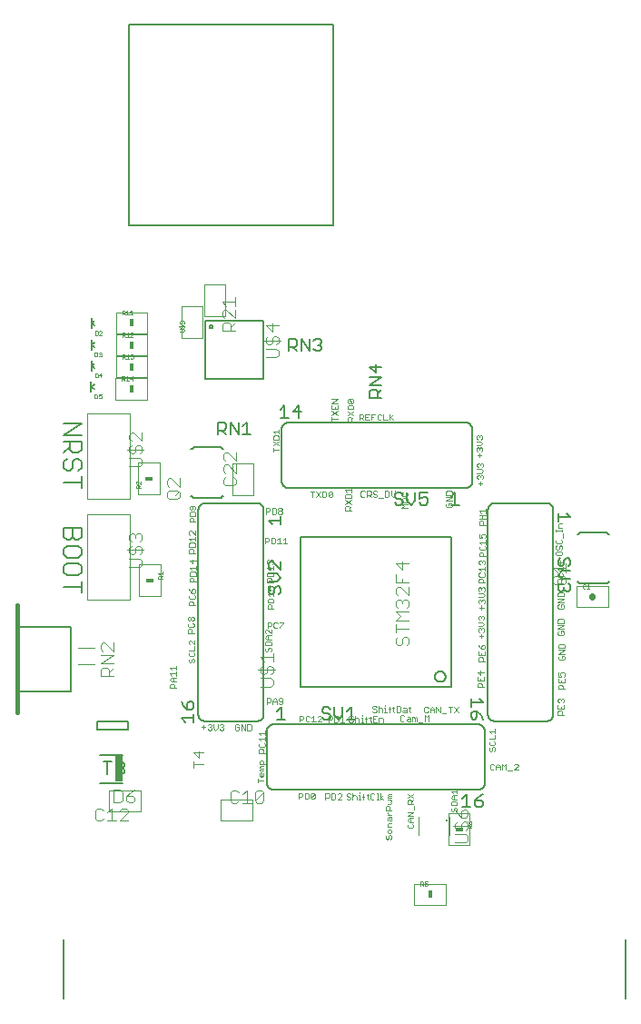
<source format=gto>
G75*
%MOIN*%
%OFA0B0*%
%FSLAX25Y25*%
%IPPOS*%
%LPD*%
%AMOC8*
5,1,8,0,0,1.08239X$1,22.5*
%
%ADD10C,0.00200*%
%ADD11C,0.00600*%
%ADD12C,0.02200*%
%ADD13C,0.00100*%
%ADD14C,0.00800*%
%ADD15C,0.00400*%
%ADD16R,0.03000X0.01800*%
%ADD17R,0.01800X0.03000*%
%ADD18C,0.00500*%
%ADD19C,0.00984*%
%ADD20C,0.01600*%
%ADD21R,0.02657X0.09646*%
%ADD22C,0.00300*%
D10*
X0106689Y0083923D02*
X0106689Y0091663D01*
X0118288Y0091663D01*
X0118288Y0083923D01*
X0106689Y0083923D01*
X0140505Y0114866D02*
X0141973Y0114866D01*
X0141239Y0115600D02*
X0141239Y0114132D01*
X0142715Y0114132D02*
X0143082Y0113765D01*
X0143816Y0113765D01*
X0144183Y0114132D01*
X0144183Y0114499D01*
X0143816Y0114866D01*
X0143449Y0114866D01*
X0143816Y0114866D02*
X0144183Y0115233D01*
X0144183Y0115600D01*
X0143816Y0115967D01*
X0143082Y0115967D01*
X0142715Y0115600D01*
X0144925Y0115967D02*
X0144925Y0114499D01*
X0145659Y0113765D01*
X0146393Y0114499D01*
X0146393Y0115967D01*
X0147135Y0115600D02*
X0147502Y0115967D01*
X0148235Y0115967D01*
X0148602Y0115600D01*
X0148602Y0115233D01*
X0148235Y0114866D01*
X0148602Y0114499D01*
X0148602Y0114132D01*
X0148235Y0113765D01*
X0147502Y0113765D01*
X0147135Y0114132D01*
X0147868Y0114866D02*
X0148235Y0114866D01*
X0152905Y0115541D02*
X0153272Y0115908D01*
X0154006Y0115908D01*
X0154373Y0115541D01*
X0154373Y0114807D02*
X0153639Y0114807D01*
X0154373Y0114807D02*
X0154373Y0114073D01*
X0154006Y0113706D01*
X0153272Y0113706D01*
X0152905Y0114073D01*
X0152905Y0115541D01*
X0155115Y0115908D02*
X0155115Y0113706D01*
X0156583Y0113706D02*
X0155115Y0115908D01*
X0156583Y0115908D02*
X0156583Y0113706D01*
X0157325Y0113706D02*
X0158426Y0113706D01*
X0158793Y0114073D01*
X0158793Y0115541D01*
X0158426Y0115908D01*
X0157325Y0115908D01*
X0157325Y0113706D01*
X0161588Y0112778D02*
X0163790Y0112778D01*
X0163790Y0112044D02*
X0163790Y0113512D01*
X0162322Y0112044D02*
X0161588Y0112778D01*
X0161588Y0110568D02*
X0163790Y0110568D01*
X0163790Y0109834D02*
X0163790Y0111302D01*
X0162322Y0109834D02*
X0161588Y0110568D01*
X0161955Y0109092D02*
X0161588Y0108725D01*
X0161588Y0107991D01*
X0161955Y0107624D01*
X0163423Y0107624D01*
X0163790Y0107991D01*
X0163790Y0108725D01*
X0163423Y0109092D01*
X0162689Y0106882D02*
X0163056Y0106515D01*
X0163056Y0105414D01*
X0163790Y0105414D02*
X0161588Y0105414D01*
X0161588Y0106515D01*
X0161955Y0106882D01*
X0162689Y0106882D01*
X0162981Y0102669D02*
X0163348Y0102302D01*
X0163348Y0101201D01*
X0164082Y0101201D02*
X0161880Y0101201D01*
X0161880Y0102302D01*
X0162247Y0102669D01*
X0162981Y0102669D01*
X0163348Y0100459D02*
X0162247Y0100459D01*
X0161880Y0100092D01*
X0162247Y0099725D01*
X0163348Y0099725D01*
X0163348Y0098991D02*
X0161880Y0098991D01*
X0161880Y0099358D01*
X0162247Y0099725D01*
X0162247Y0098249D02*
X0162614Y0098249D01*
X0162614Y0096781D01*
X0162981Y0096781D02*
X0162247Y0096781D01*
X0161880Y0097148D01*
X0161880Y0097882D01*
X0162247Y0098249D01*
X0163348Y0097882D02*
X0163348Y0097148D01*
X0162981Y0096781D01*
X0163348Y0095305D02*
X0161146Y0095305D01*
X0161146Y0094572D02*
X0161146Y0096039D01*
X0159162Y0088239D02*
X0159162Y0080499D01*
X0147563Y0080499D01*
X0147563Y0088239D01*
X0159162Y0088239D01*
X0176177Y0088516D02*
X0176177Y0090718D01*
X0177278Y0090718D01*
X0177645Y0090351D01*
X0177645Y0089617D01*
X0177278Y0089250D01*
X0176177Y0089250D01*
X0178387Y0088516D02*
X0178387Y0090718D01*
X0179488Y0090718D01*
X0179855Y0090351D01*
X0179855Y0088883D01*
X0179488Y0088516D01*
X0178387Y0088516D01*
X0180597Y0088883D02*
X0182065Y0090351D01*
X0182065Y0088883D01*
X0181698Y0088516D01*
X0180964Y0088516D01*
X0180597Y0088883D01*
X0180597Y0090351D01*
X0180964Y0090718D01*
X0181698Y0090718D01*
X0182065Y0090351D01*
X0185993Y0090519D02*
X0185993Y0088317D01*
X0185993Y0089051D02*
X0187094Y0089051D01*
X0187461Y0089418D01*
X0187461Y0090152D01*
X0187094Y0090519D01*
X0185993Y0090519D01*
X0188203Y0090519D02*
X0188203Y0088317D01*
X0189304Y0088317D01*
X0189671Y0088684D01*
X0189671Y0090152D01*
X0189304Y0090519D01*
X0188203Y0090519D01*
X0190413Y0090152D02*
X0190780Y0090519D01*
X0191514Y0090519D01*
X0191881Y0090152D01*
X0191881Y0089785D01*
X0190413Y0088317D01*
X0191881Y0088317D01*
X0193720Y0088704D02*
X0194087Y0088337D01*
X0194821Y0088337D01*
X0195188Y0088704D01*
X0195188Y0089071D01*
X0194821Y0089438D01*
X0194087Y0089438D01*
X0193720Y0089805D01*
X0193720Y0090171D01*
X0194087Y0090538D01*
X0194821Y0090538D01*
X0195188Y0090171D01*
X0195930Y0090538D02*
X0195930Y0088337D01*
X0195930Y0089438D02*
X0196297Y0089805D01*
X0197031Y0089805D01*
X0197397Y0089438D01*
X0197397Y0088337D01*
X0198139Y0088337D02*
X0198873Y0088337D01*
X0198506Y0088337D02*
X0198506Y0089805D01*
X0198139Y0089805D01*
X0198506Y0090538D02*
X0198506Y0090905D01*
X0199980Y0090171D02*
X0199980Y0088337D01*
X0199613Y0089438D02*
X0200347Y0089438D01*
X0199980Y0090171D02*
X0200347Y0090538D01*
X0201086Y0089805D02*
X0201820Y0089805D01*
X0201453Y0090171D02*
X0201453Y0088704D01*
X0201820Y0088337D01*
X0202559Y0088704D02*
X0202926Y0088337D01*
X0203660Y0088337D01*
X0204027Y0088704D01*
X0204769Y0088337D02*
X0205503Y0088337D01*
X0205136Y0088337D02*
X0205136Y0090538D01*
X0204769Y0090538D01*
X0204027Y0090171D02*
X0203660Y0090538D01*
X0202926Y0090538D01*
X0202559Y0090171D01*
X0202559Y0088704D01*
X0206242Y0089071D02*
X0207343Y0089805D01*
X0206242Y0090538D02*
X0206242Y0088337D01*
X0206242Y0089071D02*
X0207343Y0088337D01*
X0208823Y0088128D02*
X0209924Y0088128D01*
X0210291Y0087761D01*
X0209924Y0087394D01*
X0210291Y0087027D01*
X0209924Y0086660D01*
X0208823Y0086660D01*
X0208456Y0085918D02*
X0209190Y0085918D01*
X0209557Y0085551D01*
X0209557Y0084450D01*
X0210291Y0084450D02*
X0208089Y0084450D01*
X0208089Y0085551D01*
X0208456Y0085918D01*
X0208823Y0083709D02*
X0208823Y0083342D01*
X0209557Y0082608D01*
X0210291Y0082608D02*
X0208823Y0082608D01*
X0209190Y0081866D02*
X0210291Y0081866D01*
X0210291Y0080765D01*
X0209924Y0080398D01*
X0209557Y0080765D01*
X0209557Y0081866D01*
X0209190Y0081866D02*
X0208823Y0081499D01*
X0208823Y0080765D01*
X0209190Y0079656D02*
X0210291Y0079656D01*
X0209190Y0079656D02*
X0208823Y0079289D01*
X0208823Y0078188D01*
X0210291Y0078188D01*
X0209924Y0077447D02*
X0209190Y0077447D01*
X0208823Y0077080D01*
X0208823Y0076346D01*
X0209190Y0075979D01*
X0209924Y0075979D01*
X0210291Y0076346D01*
X0210291Y0077080D01*
X0209924Y0077447D01*
X0209924Y0075237D02*
X0210291Y0074870D01*
X0210291Y0074136D01*
X0209924Y0073769D01*
X0209190Y0074136D02*
X0209190Y0074870D01*
X0209557Y0075237D01*
X0209924Y0075237D01*
X0209190Y0074136D02*
X0208823Y0073769D01*
X0208456Y0073769D01*
X0208089Y0074136D01*
X0208089Y0074870D01*
X0208456Y0075237D01*
X0216105Y0078209D02*
X0216472Y0077842D01*
X0217940Y0077842D01*
X0218307Y0078209D01*
X0218307Y0078943D01*
X0217940Y0079310D01*
X0218307Y0080052D02*
X0216839Y0080052D01*
X0216105Y0080786D01*
X0216839Y0081520D01*
X0218307Y0081520D01*
X0218307Y0082262D02*
X0216105Y0082262D01*
X0218307Y0083730D01*
X0216105Y0083730D01*
X0217206Y0081520D02*
X0217206Y0080052D01*
X0216472Y0079310D02*
X0216105Y0078943D01*
X0216105Y0078209D01*
X0218674Y0084472D02*
X0218674Y0085940D01*
X0218307Y0086682D02*
X0216105Y0086682D01*
X0216105Y0087783D01*
X0216472Y0088150D01*
X0217206Y0088150D01*
X0217573Y0087783D01*
X0217573Y0086682D01*
X0217573Y0087416D02*
X0218307Y0088150D01*
X0218307Y0088891D02*
X0216105Y0090359D01*
X0216105Y0088891D02*
X0218307Y0090359D01*
X0210291Y0090337D02*
X0209190Y0090337D01*
X0208823Y0089970D01*
X0209190Y0089604D01*
X0210291Y0089604D01*
X0210291Y0088870D02*
X0208823Y0088870D01*
X0208823Y0089237D01*
X0209190Y0089604D01*
X0232128Y0089099D02*
X0232862Y0088365D01*
X0234330Y0088365D01*
X0233963Y0087623D02*
X0232495Y0087623D01*
X0232128Y0087256D01*
X0232128Y0086155D01*
X0234330Y0086155D01*
X0234330Y0087256D01*
X0233963Y0087623D01*
X0233229Y0088365D02*
X0233229Y0089833D01*
X0232862Y0089833D02*
X0234330Y0089833D01*
X0234330Y0090575D02*
X0234330Y0092043D01*
X0234330Y0091309D02*
X0232128Y0091309D01*
X0232862Y0090575D01*
X0232862Y0089833D02*
X0232128Y0089099D01*
X0232495Y0085413D02*
X0232128Y0085046D01*
X0232128Y0084312D01*
X0232495Y0083945D01*
X0232862Y0083945D01*
X0233229Y0084312D01*
X0233229Y0085046D01*
X0233596Y0085413D01*
X0233963Y0085413D01*
X0234330Y0085046D01*
X0234330Y0084312D01*
X0233963Y0083945D01*
X0231228Y0083128D02*
X0238969Y0083128D01*
X0238969Y0071529D01*
X0231228Y0071529D01*
X0231228Y0083128D01*
X0246777Y0099249D02*
X0247511Y0099249D01*
X0247878Y0099616D01*
X0248620Y0099249D02*
X0248620Y0100717D01*
X0249354Y0101450D01*
X0250088Y0100717D01*
X0250088Y0099249D01*
X0250830Y0099249D02*
X0250830Y0101450D01*
X0251564Y0100717D01*
X0252297Y0101450D01*
X0252297Y0099249D01*
X0253039Y0098882D02*
X0254507Y0098882D01*
X0255249Y0099249D02*
X0256717Y0100717D01*
X0256717Y0101083D01*
X0256350Y0101450D01*
X0255616Y0101450D01*
X0255249Y0101083D01*
X0255249Y0099249D02*
X0256717Y0099249D01*
X0250088Y0100350D02*
X0248620Y0100350D01*
X0247878Y0101083D02*
X0247511Y0101450D01*
X0246777Y0101450D01*
X0246410Y0101083D01*
X0246410Y0099616D01*
X0246777Y0099249D01*
X0246857Y0106040D02*
X0246491Y0106040D01*
X0246124Y0106407D01*
X0246124Y0107141D01*
X0246491Y0107508D01*
X0246491Y0108250D02*
X0247958Y0108250D01*
X0248325Y0108617D01*
X0248325Y0109351D01*
X0247958Y0109718D01*
X0248325Y0110460D02*
X0248325Y0111927D01*
X0248325Y0112669D02*
X0248325Y0114137D01*
X0248325Y0113403D02*
X0246124Y0113403D01*
X0246857Y0112669D01*
X0246124Y0110460D02*
X0248325Y0110460D01*
X0246491Y0109718D02*
X0246124Y0109351D01*
X0246124Y0108617D01*
X0246491Y0108250D01*
X0247591Y0107508D02*
X0247958Y0107508D01*
X0248325Y0107141D01*
X0248325Y0106407D01*
X0247958Y0106040D01*
X0247224Y0106407D02*
X0247224Y0107141D01*
X0247591Y0107508D01*
X0247224Y0106407D02*
X0246857Y0106040D01*
X0234772Y0120171D02*
X0233304Y0122373D01*
X0232562Y0122373D02*
X0231095Y0122373D01*
X0231828Y0122373D02*
X0231828Y0120171D01*
X0233304Y0120171D02*
X0234772Y0122373D01*
X0230353Y0119804D02*
X0228885Y0119804D01*
X0228143Y0120171D02*
X0228143Y0122373D01*
X0226675Y0122373D02*
X0228143Y0120171D01*
X0226675Y0120171D02*
X0226675Y0122373D01*
X0225933Y0121639D02*
X0225933Y0120171D01*
X0225933Y0121272D02*
X0224465Y0121272D01*
X0224465Y0121639D02*
X0225199Y0122373D01*
X0225933Y0121639D01*
X0224465Y0121639D02*
X0224465Y0120171D01*
X0223723Y0120538D02*
X0223356Y0120171D01*
X0222622Y0120171D01*
X0222255Y0120538D01*
X0222255Y0122006D01*
X0222622Y0122373D01*
X0223356Y0122373D01*
X0223723Y0122006D01*
X0223864Y0119258D02*
X0223864Y0117056D01*
X0222397Y0117056D02*
X0222397Y0119258D01*
X0223130Y0118524D01*
X0223864Y0119258D01*
X0221655Y0116689D02*
X0220187Y0116689D01*
X0219445Y0117056D02*
X0219445Y0118157D01*
X0219078Y0118524D01*
X0218711Y0118157D01*
X0218711Y0117056D01*
X0217977Y0117056D02*
X0217977Y0118524D01*
X0218344Y0118524D01*
X0218711Y0118157D01*
X0217235Y0118157D02*
X0217235Y0117056D01*
X0216134Y0117056D01*
X0215767Y0117423D01*
X0216134Y0117790D01*
X0217235Y0117790D01*
X0217235Y0118157D02*
X0216868Y0118524D01*
X0216134Y0118524D01*
X0215025Y0118891D02*
X0214658Y0119258D01*
X0213924Y0119258D01*
X0213557Y0118891D01*
X0213557Y0117423D01*
X0213924Y0117056D01*
X0214658Y0117056D01*
X0215025Y0117423D01*
X0214658Y0120358D02*
X0214291Y0120725D01*
X0214658Y0121092D01*
X0215759Y0121092D01*
X0215759Y0121459D02*
X0215759Y0120358D01*
X0214658Y0120358D01*
X0213549Y0120725D02*
X0213549Y0122193D01*
X0213182Y0122560D01*
X0212081Y0122560D01*
X0212081Y0120358D01*
X0213182Y0120358D01*
X0213549Y0120725D01*
X0214658Y0121826D02*
X0215392Y0121826D01*
X0215759Y0121459D01*
X0216501Y0121826D02*
X0217235Y0121826D01*
X0216868Y0122193D02*
X0216868Y0120725D01*
X0217235Y0120358D01*
X0211342Y0120358D02*
X0210975Y0120725D01*
X0210975Y0122193D01*
X0210608Y0121826D02*
X0211342Y0121826D01*
X0209869Y0121459D02*
X0209135Y0121459D01*
X0209502Y0122193D02*
X0209869Y0122560D01*
X0209502Y0122193D02*
X0209502Y0120358D01*
X0208396Y0120358D02*
X0207662Y0120358D01*
X0208029Y0120358D02*
X0208029Y0121826D01*
X0207662Y0121826D01*
X0208029Y0122560D02*
X0208029Y0122927D01*
X0206920Y0121459D02*
X0206920Y0120358D01*
X0206920Y0121459D02*
X0206553Y0121826D01*
X0205819Y0121826D01*
X0205452Y0121459D01*
X0204710Y0121092D02*
X0204710Y0120725D01*
X0204343Y0120358D01*
X0203609Y0120358D01*
X0203242Y0120725D01*
X0203609Y0121459D02*
X0204343Y0121459D01*
X0204710Y0121092D01*
X0205452Y0120358D02*
X0205452Y0122560D01*
X0204710Y0122193D02*
X0204343Y0122560D01*
X0203609Y0122560D01*
X0203242Y0122193D01*
X0203242Y0121826D01*
X0203609Y0121459D01*
X0203484Y0118964D02*
X0203484Y0116762D01*
X0204952Y0116762D01*
X0205694Y0116762D02*
X0205694Y0118230D01*
X0206795Y0118230D01*
X0207162Y0117863D01*
X0207162Y0116762D01*
X0204952Y0118964D02*
X0203484Y0118964D01*
X0202745Y0118230D02*
X0202011Y0118230D01*
X0202378Y0118597D02*
X0202378Y0117129D01*
X0202745Y0116762D01*
X0203484Y0117863D02*
X0204218Y0117863D01*
X0201272Y0117863D02*
X0200538Y0117863D01*
X0200905Y0118597D02*
X0201272Y0118964D01*
X0200905Y0118597D02*
X0200905Y0116762D01*
X0199798Y0116762D02*
X0199064Y0116762D01*
X0199431Y0116762D02*
X0199431Y0118230D01*
X0199064Y0118230D01*
X0199431Y0118964D02*
X0199431Y0119331D01*
X0198322Y0117863D02*
X0198322Y0116762D01*
X0198322Y0117863D02*
X0197955Y0118230D01*
X0197221Y0118230D01*
X0196854Y0117863D01*
X0196113Y0117496D02*
X0196113Y0117129D01*
X0195746Y0116762D01*
X0195012Y0116762D01*
X0194645Y0117129D01*
X0195012Y0117863D02*
X0195746Y0117863D01*
X0196113Y0117496D01*
X0196854Y0116762D02*
X0196854Y0118964D01*
X0196113Y0118597D02*
X0195746Y0118964D01*
X0195012Y0118964D01*
X0194645Y0118597D01*
X0194645Y0118230D01*
X0195012Y0117863D01*
X0192939Y0116762D02*
X0191471Y0116762D01*
X0192205Y0116762D02*
X0192205Y0118964D01*
X0191471Y0118230D01*
X0190729Y0118597D02*
X0190362Y0118964D01*
X0189261Y0118964D01*
X0189261Y0116762D01*
X0190362Y0116762D01*
X0190729Y0117129D01*
X0190729Y0118597D01*
X0188519Y0118597D02*
X0188519Y0117863D01*
X0188152Y0117496D01*
X0187051Y0117496D01*
X0187051Y0116762D02*
X0187051Y0118964D01*
X0188152Y0118964D01*
X0188519Y0118597D01*
X0184625Y0118660D02*
X0184258Y0119027D01*
X0183524Y0119027D01*
X0183157Y0118660D01*
X0184625Y0118660D02*
X0184625Y0118293D01*
X0183157Y0116825D01*
X0184625Y0116825D01*
X0182415Y0116825D02*
X0180947Y0116825D01*
X0181681Y0116825D02*
X0181681Y0119027D01*
X0180947Y0118293D01*
X0180205Y0118660D02*
X0179838Y0119027D01*
X0179104Y0119027D01*
X0178737Y0118660D01*
X0178737Y0117192D01*
X0179104Y0116825D01*
X0179838Y0116825D01*
X0180205Y0117192D01*
X0177995Y0117926D02*
X0177628Y0117559D01*
X0176527Y0117559D01*
X0176527Y0116825D02*
X0176527Y0119027D01*
X0177628Y0119027D01*
X0177995Y0118660D01*
X0177995Y0117926D01*
X0170367Y0123657D02*
X0170367Y0125124D01*
X0170000Y0125491D01*
X0169266Y0125491D01*
X0168899Y0125124D01*
X0168899Y0124758D01*
X0169266Y0124391D01*
X0170367Y0124391D01*
X0170367Y0123657D02*
X0170000Y0123290D01*
X0169266Y0123290D01*
X0168899Y0123657D01*
X0168157Y0123290D02*
X0168157Y0124758D01*
X0167423Y0125491D01*
X0166689Y0124758D01*
X0166689Y0123290D01*
X0166689Y0124391D02*
X0168157Y0124391D01*
X0165947Y0124391D02*
X0165580Y0124024D01*
X0164479Y0124024D01*
X0164479Y0123290D02*
X0164479Y0125491D01*
X0165580Y0125491D01*
X0165947Y0125124D01*
X0165947Y0124391D01*
X0165768Y0142581D02*
X0166135Y0142948D01*
X0166135Y0143682D01*
X0165768Y0144049D01*
X0165401Y0144049D01*
X0165034Y0143682D01*
X0165034Y0142948D01*
X0164667Y0142581D01*
X0164300Y0142581D01*
X0163933Y0142948D01*
X0163933Y0143682D01*
X0164300Y0144049D01*
X0163933Y0144791D02*
X0163933Y0145892D01*
X0164300Y0146259D01*
X0165768Y0146259D01*
X0166135Y0145892D01*
X0166135Y0144791D01*
X0163933Y0144791D01*
X0164667Y0147001D02*
X0163933Y0147735D01*
X0164667Y0148469D01*
X0166135Y0148469D01*
X0166135Y0149211D02*
X0164667Y0150678D01*
X0164300Y0150678D01*
X0163933Y0150311D01*
X0163933Y0149578D01*
X0164300Y0149211D01*
X0165034Y0148469D02*
X0165034Y0147001D01*
X0164667Y0147001D02*
X0166135Y0147001D01*
X0166135Y0149211D02*
X0166135Y0150678D01*
X0167030Y0151568D02*
X0167397Y0151201D01*
X0168131Y0151201D01*
X0168497Y0151568D01*
X0169239Y0151568D02*
X0169239Y0151201D01*
X0169239Y0151568D02*
X0170707Y0153036D01*
X0170707Y0153403D01*
X0169239Y0153403D01*
X0168497Y0153036D02*
X0168131Y0153403D01*
X0167397Y0153403D01*
X0167030Y0153036D01*
X0167030Y0151568D01*
X0166288Y0152302D02*
X0165921Y0151935D01*
X0164820Y0151935D01*
X0164820Y0151201D02*
X0164820Y0153403D01*
X0165921Y0153403D01*
X0166288Y0153036D01*
X0166288Y0152302D01*
X0166207Y0158379D02*
X0166207Y0159480D01*
X0165840Y0159847D01*
X0165106Y0159847D01*
X0164739Y0159480D01*
X0164739Y0158379D01*
X0166941Y0158379D01*
X0166941Y0160589D02*
X0166941Y0161690D01*
X0166574Y0162057D01*
X0165106Y0162057D01*
X0164739Y0161690D01*
X0164739Y0160589D01*
X0166941Y0160589D01*
X0166941Y0162799D02*
X0166941Y0164267D01*
X0166941Y0163533D02*
X0164739Y0163533D01*
X0165473Y0162799D01*
X0165840Y0165009D02*
X0165473Y0165743D01*
X0165473Y0166110D01*
X0165840Y0166477D01*
X0166574Y0166477D01*
X0166941Y0166110D01*
X0166941Y0165376D01*
X0166574Y0165009D01*
X0165840Y0165009D02*
X0164739Y0165009D01*
X0164739Y0166477D01*
X0164583Y0168109D02*
X0164583Y0169210D01*
X0164950Y0169577D01*
X0165684Y0169577D01*
X0166051Y0169210D01*
X0166051Y0168109D01*
X0166785Y0168109D02*
X0164583Y0168109D01*
X0164583Y0170318D02*
X0164583Y0171419D01*
X0164950Y0171786D01*
X0166418Y0171786D01*
X0166785Y0171419D01*
X0166785Y0170318D01*
X0164583Y0170318D01*
X0165317Y0172528D02*
X0164583Y0173262D01*
X0166785Y0173262D01*
X0166785Y0172528D02*
X0166785Y0173996D01*
X0166418Y0174738D02*
X0166785Y0175105D01*
X0166785Y0175839D01*
X0166418Y0176206D01*
X0166051Y0176206D01*
X0165684Y0175839D01*
X0165684Y0175472D01*
X0165684Y0175839D02*
X0165317Y0176206D01*
X0164950Y0176206D01*
X0164583Y0175839D01*
X0164583Y0175105D01*
X0164950Y0174738D01*
X0163894Y0182178D02*
X0163894Y0184380D01*
X0164995Y0184380D01*
X0165362Y0184013D01*
X0165362Y0183279D01*
X0164995Y0182912D01*
X0163894Y0182912D01*
X0166104Y0182178D02*
X0167205Y0182178D01*
X0167572Y0182545D01*
X0167572Y0184013D01*
X0167205Y0184380D01*
X0166104Y0184380D01*
X0166104Y0182178D01*
X0168314Y0182178D02*
X0169782Y0182178D01*
X0169048Y0182178D02*
X0169048Y0184380D01*
X0168314Y0183646D01*
X0170524Y0183646D02*
X0171257Y0184380D01*
X0171257Y0182178D01*
X0170524Y0182178D02*
X0171991Y0182178D01*
X0169707Y0193062D02*
X0168973Y0193062D01*
X0168606Y0193429D01*
X0168606Y0193796D01*
X0168973Y0194163D01*
X0169707Y0194163D01*
X0170074Y0193796D01*
X0170074Y0193429D01*
X0169707Y0193062D01*
X0169707Y0194163D02*
X0170074Y0194530D01*
X0170074Y0194897D01*
X0169707Y0195264D01*
X0168973Y0195264D01*
X0168606Y0194897D01*
X0168606Y0194530D01*
X0168973Y0194163D01*
X0167864Y0193429D02*
X0167864Y0194897D01*
X0167497Y0195264D01*
X0166396Y0195264D01*
X0166396Y0193062D01*
X0167497Y0193062D01*
X0167864Y0193429D01*
X0165655Y0194163D02*
X0165288Y0193796D01*
X0164187Y0193796D01*
X0164187Y0193062D02*
X0164187Y0195264D01*
X0165288Y0195264D01*
X0165655Y0194897D01*
X0165655Y0194163D01*
X0159694Y0199975D02*
X0151954Y0199975D01*
X0151954Y0211573D01*
X0159694Y0211573D01*
X0159694Y0199975D01*
X0166772Y0215927D02*
X0166772Y0217395D01*
X0166772Y0216661D02*
X0168973Y0216661D01*
X0168973Y0218137D02*
X0166772Y0219605D01*
X0166772Y0220347D02*
X0166772Y0221448D01*
X0167139Y0221815D01*
X0168607Y0221815D01*
X0168973Y0221448D01*
X0168973Y0220347D01*
X0166772Y0220347D01*
X0166772Y0218137D02*
X0168973Y0219605D01*
X0168973Y0222557D02*
X0168973Y0224025D01*
X0168973Y0223291D02*
X0166772Y0223291D01*
X0167506Y0222557D01*
X0188285Y0227141D02*
X0188285Y0228609D01*
X0188285Y0227875D02*
X0190487Y0227875D01*
X0190487Y0229351D02*
X0188285Y0230819D01*
X0188285Y0231561D02*
X0190487Y0231561D01*
X0190487Y0233029D01*
X0190487Y0233771D02*
X0188285Y0233771D01*
X0190487Y0235239D01*
X0188285Y0235239D01*
X0188285Y0233029D02*
X0188285Y0231561D01*
X0189386Y0231561D02*
X0189386Y0232295D01*
X0190487Y0230819D02*
X0188285Y0229351D01*
X0194058Y0229273D02*
X0196260Y0230741D01*
X0196260Y0231483D02*
X0194058Y0231483D01*
X0194058Y0232584D01*
X0194425Y0232951D01*
X0195893Y0232951D01*
X0196260Y0232584D01*
X0196260Y0231483D01*
X0196260Y0229273D02*
X0194058Y0230741D01*
X0194425Y0228531D02*
X0195159Y0228531D01*
X0195526Y0228164D01*
X0195526Y0227063D01*
X0196260Y0227063D02*
X0194058Y0227063D01*
X0194058Y0228164D01*
X0194425Y0228531D01*
X0195526Y0227797D02*
X0196260Y0228531D01*
X0198453Y0228279D02*
X0199554Y0228279D01*
X0199921Y0228646D01*
X0199921Y0229380D01*
X0199554Y0229747D01*
X0198453Y0229747D01*
X0198453Y0227545D01*
X0199187Y0228279D02*
X0199921Y0227545D01*
X0200663Y0227545D02*
X0202131Y0227545D01*
X0202873Y0227545D02*
X0202873Y0229747D01*
X0204341Y0229747D01*
X0205083Y0229380D02*
X0205083Y0227912D01*
X0205450Y0227545D01*
X0206183Y0227545D01*
X0206550Y0227912D01*
X0207292Y0227545D02*
X0208760Y0227545D01*
X0209502Y0227545D02*
X0209502Y0229747D01*
X0209869Y0228646D02*
X0210970Y0227545D01*
X0209502Y0228279D02*
X0210970Y0229747D01*
X0207292Y0229747D02*
X0207292Y0227545D01*
X0206550Y0229380D02*
X0206183Y0229747D01*
X0205450Y0229747D01*
X0205083Y0229380D01*
X0203607Y0228646D02*
X0202873Y0228646D01*
X0202131Y0229747D02*
X0200663Y0229747D01*
X0200663Y0227545D01*
X0200663Y0228646D02*
X0201397Y0228646D01*
X0196260Y0234060D02*
X0195893Y0233693D01*
X0194425Y0235161D01*
X0195893Y0235161D01*
X0196260Y0234794D01*
X0196260Y0234060D01*
X0195893Y0233693D02*
X0194425Y0233693D01*
X0194058Y0234060D01*
X0194058Y0234794D01*
X0194425Y0235161D01*
X0195510Y0202541D02*
X0195510Y0201073D01*
X0195510Y0201807D02*
X0193308Y0201807D01*
X0194042Y0201073D01*
X0193675Y0200331D02*
X0193308Y0199964D01*
X0193308Y0198863D01*
X0195510Y0198863D01*
X0195510Y0199964D01*
X0195143Y0200331D01*
X0193675Y0200331D01*
X0193308Y0198121D02*
X0195510Y0196653D01*
X0195510Y0195911D02*
X0194776Y0195177D01*
X0194776Y0195544D02*
X0194776Y0194443D01*
X0195510Y0194443D02*
X0193308Y0194443D01*
X0193308Y0195544D01*
X0193675Y0195911D01*
X0194409Y0195911D01*
X0194776Y0195544D01*
X0193308Y0196653D02*
X0195510Y0198121D01*
X0199041Y0199702D02*
X0199041Y0201170D01*
X0199408Y0201537D01*
X0200142Y0201537D01*
X0200509Y0201170D01*
X0201250Y0201537D02*
X0202351Y0201537D01*
X0202718Y0201170D01*
X0202718Y0200436D01*
X0202351Y0200069D01*
X0201250Y0200069D01*
X0201250Y0199335D02*
X0201250Y0201537D01*
X0201984Y0200069D02*
X0202718Y0199335D01*
X0203460Y0199702D02*
X0203827Y0199335D01*
X0204561Y0199335D01*
X0204928Y0199702D01*
X0204928Y0200069D01*
X0204561Y0200436D01*
X0203827Y0200436D01*
X0203460Y0200803D01*
X0203460Y0201170D01*
X0203827Y0201537D01*
X0204561Y0201537D01*
X0204928Y0201170D01*
X0205670Y0198968D02*
X0207138Y0198968D01*
X0207880Y0199335D02*
X0208981Y0199335D01*
X0209348Y0199702D01*
X0209348Y0201170D01*
X0208981Y0201537D01*
X0207880Y0201537D01*
X0207880Y0199335D01*
X0210090Y0200069D02*
X0210824Y0199335D01*
X0211558Y0200069D01*
X0211558Y0201537D01*
X0210090Y0201537D02*
X0210090Y0200069D01*
X0214040Y0199920D02*
X0214040Y0200654D01*
X0214407Y0201021D01*
X0214040Y0199920D02*
X0214407Y0199553D01*
X0215874Y0199553D01*
X0216241Y0199920D01*
X0216241Y0200654D01*
X0215874Y0201021D01*
X0215874Y0198811D02*
X0214407Y0198811D01*
X0214040Y0198444D01*
X0214040Y0197343D01*
X0216241Y0197343D01*
X0216241Y0198444D01*
X0215874Y0198811D01*
X0216241Y0196601D02*
X0214040Y0196601D01*
X0214773Y0195867D01*
X0214040Y0195133D01*
X0216241Y0195133D01*
X0230236Y0195961D02*
X0230602Y0195594D01*
X0232070Y0195594D01*
X0232437Y0195961D01*
X0232437Y0196695D01*
X0232070Y0197062D01*
X0231336Y0197062D01*
X0231336Y0196328D01*
X0230602Y0197062D02*
X0230236Y0196695D01*
X0230236Y0195961D01*
X0230236Y0197804D02*
X0232437Y0199271D01*
X0230236Y0199271D01*
X0230236Y0200013D02*
X0230236Y0201114D01*
X0230602Y0201481D01*
X0232070Y0201481D01*
X0232437Y0201114D01*
X0232437Y0200013D01*
X0230236Y0200013D01*
X0230236Y0197804D02*
X0232437Y0197804D01*
X0242566Y0194180D02*
X0244768Y0194180D01*
X0244768Y0193446D02*
X0244768Y0194914D01*
X0243300Y0193446D02*
X0242566Y0194180D01*
X0242566Y0192704D02*
X0244768Y0192704D01*
X0243667Y0192704D02*
X0243667Y0191236D01*
X0243667Y0190494D02*
X0244034Y0190127D01*
X0244034Y0189027D01*
X0244768Y0189027D02*
X0242566Y0189027D01*
X0242566Y0190127D01*
X0242933Y0190494D01*
X0243667Y0190494D01*
X0244768Y0191236D02*
X0242566Y0191236D01*
X0242566Y0185698D02*
X0242566Y0184230D01*
X0243667Y0184230D01*
X0243300Y0184964D01*
X0243300Y0185331D01*
X0243667Y0185698D01*
X0244401Y0185698D01*
X0244768Y0185331D01*
X0244768Y0184597D01*
X0244401Y0184230D01*
X0244768Y0183488D02*
X0244768Y0182020D01*
X0244768Y0182754D02*
X0242566Y0182754D01*
X0243300Y0182020D01*
X0242933Y0181278D02*
X0242566Y0180911D01*
X0242566Y0180177D01*
X0242933Y0179810D01*
X0244401Y0179810D01*
X0244768Y0180177D01*
X0244768Y0180911D01*
X0244401Y0181278D01*
X0243667Y0179068D02*
X0244034Y0178701D01*
X0244034Y0177601D01*
X0244768Y0177601D02*
X0242566Y0177601D01*
X0242566Y0178701D01*
X0242933Y0179068D01*
X0243667Y0179068D01*
X0243830Y0175931D02*
X0244197Y0175931D01*
X0244564Y0175564D01*
X0244564Y0174830D01*
X0244197Y0174463D01*
X0244564Y0173721D02*
X0244564Y0172254D01*
X0244564Y0172988D02*
X0242362Y0172988D01*
X0243096Y0172254D01*
X0242729Y0171512D02*
X0242362Y0171145D01*
X0242362Y0170411D01*
X0242729Y0170044D01*
X0244197Y0170044D01*
X0244564Y0170411D01*
X0244564Y0171145D01*
X0244197Y0171512D01*
X0243463Y0169302D02*
X0242729Y0169302D01*
X0242362Y0168935D01*
X0242362Y0167834D01*
X0244564Y0167834D01*
X0243830Y0167834D02*
X0243830Y0168935D01*
X0243463Y0169302D01*
X0243722Y0166133D02*
X0244089Y0166133D01*
X0244456Y0165766D01*
X0244456Y0165032D01*
X0244089Y0164665D01*
X0243722Y0163923D02*
X0242254Y0163923D01*
X0242621Y0164665D02*
X0242254Y0165032D01*
X0242254Y0165766D01*
X0242621Y0166133D01*
X0242988Y0166133D01*
X0243355Y0165766D01*
X0243722Y0166133D01*
X0243355Y0165766D02*
X0243355Y0165399D01*
X0243722Y0163923D02*
X0244456Y0163189D01*
X0243722Y0162455D01*
X0242254Y0162455D01*
X0242621Y0161713D02*
X0242988Y0161713D01*
X0243355Y0161347D01*
X0243722Y0161713D01*
X0244089Y0161713D01*
X0244456Y0161347D01*
X0244456Y0160613D01*
X0244089Y0160246D01*
X0243355Y0160980D02*
X0243355Y0161347D01*
X0242621Y0161713D02*
X0242254Y0161347D01*
X0242254Y0160613D01*
X0242621Y0160246D01*
X0243355Y0159504D02*
X0243355Y0158036D01*
X0242621Y0158770D02*
X0244089Y0158770D01*
X0243939Y0155609D02*
X0244306Y0155242D01*
X0244306Y0154508D01*
X0243939Y0154141D01*
X0243572Y0153399D02*
X0242104Y0153399D01*
X0242471Y0154141D02*
X0242104Y0154508D01*
X0242104Y0155242D01*
X0242471Y0155609D01*
X0242838Y0155609D01*
X0243205Y0155242D01*
X0243572Y0155609D01*
X0243939Y0155609D01*
X0243205Y0155242D02*
X0243205Y0154875D01*
X0243572Y0153399D02*
X0244306Y0152665D01*
X0243572Y0151931D01*
X0242104Y0151931D01*
X0242471Y0151189D02*
X0242838Y0151189D01*
X0243205Y0150822D01*
X0243572Y0151189D01*
X0243939Y0151189D01*
X0244306Y0150822D01*
X0244306Y0150088D01*
X0243939Y0149721D01*
X0243205Y0150455D02*
X0243205Y0150822D01*
X0242471Y0151189D02*
X0242104Y0150822D01*
X0242104Y0150088D01*
X0242471Y0149721D01*
X0243205Y0148980D02*
X0243205Y0147512D01*
X0242471Y0148246D02*
X0243939Y0148246D01*
X0244080Y0144924D02*
X0243713Y0144924D01*
X0243346Y0144557D01*
X0243346Y0143456D01*
X0244080Y0143456D01*
X0244447Y0143823D01*
X0244447Y0144557D01*
X0244080Y0144924D01*
X0242612Y0144190D02*
X0243346Y0143456D01*
X0242612Y0144190D02*
X0242245Y0144924D01*
X0242245Y0142714D02*
X0242245Y0141246D01*
X0244447Y0141246D01*
X0244447Y0142714D01*
X0243346Y0141980D02*
X0243346Y0141246D01*
X0243346Y0140504D02*
X0243713Y0140137D01*
X0243713Y0139036D01*
X0244447Y0139036D02*
X0242245Y0139036D01*
X0242245Y0140137D01*
X0242612Y0140504D01*
X0243346Y0140504D01*
X0243023Y0135481D02*
X0243023Y0134014D01*
X0241922Y0135114D01*
X0244123Y0135114D01*
X0244123Y0133272D02*
X0244123Y0131804D01*
X0241922Y0131804D01*
X0241922Y0133272D01*
X0243023Y0132538D02*
X0243023Y0131804D01*
X0243023Y0131062D02*
X0243390Y0130695D01*
X0243390Y0129594D01*
X0244123Y0129594D02*
X0241922Y0129594D01*
X0241922Y0130695D01*
X0242289Y0131062D01*
X0243023Y0131062D01*
X0271587Y0131177D02*
X0273788Y0131177D01*
X0273788Y0132645D01*
X0273422Y0133387D02*
X0273788Y0133754D01*
X0273788Y0134488D01*
X0273422Y0134854D01*
X0272688Y0134854D01*
X0272321Y0134488D01*
X0272321Y0134121D01*
X0272688Y0133387D01*
X0271587Y0133387D01*
X0271587Y0134854D01*
X0271587Y0132645D02*
X0271587Y0131177D01*
X0271954Y0130435D02*
X0272688Y0130435D01*
X0273055Y0130068D01*
X0273055Y0128967D01*
X0273788Y0128967D02*
X0271587Y0128967D01*
X0271587Y0130068D01*
X0271954Y0130435D01*
X0272688Y0131177D02*
X0272688Y0131911D01*
X0272843Y0125328D02*
X0273210Y0125328D01*
X0273577Y0124961D01*
X0273577Y0124227D01*
X0273210Y0123860D01*
X0273577Y0123118D02*
X0273577Y0121651D01*
X0271375Y0121651D01*
X0271375Y0123118D01*
X0271742Y0123860D02*
X0271375Y0124227D01*
X0271375Y0124961D01*
X0271742Y0125328D01*
X0272109Y0125328D01*
X0272476Y0124961D01*
X0272843Y0125328D01*
X0272476Y0124961D02*
X0272476Y0124594D01*
X0272476Y0122385D02*
X0272476Y0121651D01*
X0272476Y0120909D02*
X0272843Y0120542D01*
X0272843Y0119441D01*
X0273577Y0119441D02*
X0271375Y0119441D01*
X0271375Y0120542D01*
X0271742Y0120909D01*
X0272476Y0120909D01*
X0272022Y0139542D02*
X0273490Y0139542D01*
X0273856Y0139909D01*
X0273856Y0140643D01*
X0273490Y0141010D01*
X0272756Y0141010D01*
X0272756Y0140276D01*
X0272022Y0141010D02*
X0271655Y0140643D01*
X0271655Y0139909D01*
X0272022Y0139542D01*
X0271655Y0141752D02*
X0273856Y0143220D01*
X0271655Y0143220D01*
X0271655Y0143962D02*
X0271655Y0145063D01*
X0272022Y0145429D01*
X0273490Y0145429D01*
X0273856Y0145063D01*
X0273856Y0143962D01*
X0271655Y0143962D01*
X0271655Y0141752D02*
X0273856Y0141752D01*
X0273210Y0148678D02*
X0273577Y0149045D01*
X0273577Y0149779D01*
X0273210Y0150146D01*
X0272476Y0150146D01*
X0272476Y0149412D01*
X0271742Y0148678D02*
X0273210Y0148678D01*
X0271742Y0148678D02*
X0271375Y0149045D01*
X0271375Y0149779D01*
X0271742Y0150146D01*
X0271375Y0150888D02*
X0273577Y0152356D01*
X0271375Y0152356D01*
X0271375Y0153098D02*
X0271375Y0154199D01*
X0271742Y0154566D01*
X0273210Y0154566D01*
X0273577Y0154199D01*
X0273577Y0153098D01*
X0271375Y0153098D01*
X0271375Y0150888D02*
X0273577Y0150888D01*
X0273210Y0158374D02*
X0273577Y0158741D01*
X0273577Y0159475D01*
X0273210Y0159842D01*
X0272476Y0159842D01*
X0272476Y0159108D01*
X0271742Y0159842D02*
X0271375Y0159475D01*
X0271375Y0158741D01*
X0271742Y0158374D01*
X0273210Y0158374D01*
X0273577Y0160584D02*
X0271375Y0160584D01*
X0273577Y0162052D01*
X0271375Y0162052D01*
X0271375Y0162794D02*
X0271375Y0163895D01*
X0271742Y0164261D01*
X0273210Y0164261D01*
X0273577Y0163895D01*
X0273577Y0162794D01*
X0271375Y0162794D01*
X0271101Y0167716D02*
X0271101Y0168817D01*
X0271468Y0169184D01*
X0272202Y0169184D01*
X0272569Y0168817D01*
X0272569Y0167716D01*
X0273303Y0167716D02*
X0271101Y0167716D01*
X0271468Y0169926D02*
X0272936Y0169926D01*
X0273303Y0170293D01*
X0273303Y0171027D01*
X0272936Y0171394D01*
X0273303Y0172136D02*
X0273303Y0173604D01*
X0273303Y0172870D02*
X0271101Y0172870D01*
X0271835Y0172136D01*
X0271468Y0171394D02*
X0271101Y0171027D01*
X0271101Y0170293D01*
X0271468Y0169926D01*
X0272202Y0174346D02*
X0272202Y0175814D01*
X0271101Y0175447D02*
X0272202Y0174346D01*
X0273303Y0175447D02*
X0271101Y0175447D01*
X0271037Y0177793D02*
X0270670Y0178160D01*
X0270670Y0178894D01*
X0271037Y0179261D01*
X0272505Y0179261D01*
X0272872Y0178894D01*
X0272872Y0178160D01*
X0272505Y0177793D01*
X0271037Y0177793D01*
X0271037Y0180003D02*
X0271404Y0180003D01*
X0271771Y0180370D01*
X0271771Y0181104D01*
X0272138Y0181471D01*
X0272505Y0181471D01*
X0272872Y0181104D01*
X0272872Y0180370D01*
X0272505Y0180003D01*
X0271037Y0180003D02*
X0270670Y0180370D01*
X0270670Y0181104D01*
X0271037Y0181471D01*
X0271037Y0182213D02*
X0272505Y0182213D01*
X0272872Y0182580D01*
X0272872Y0183314D01*
X0272505Y0183681D01*
X0273239Y0184423D02*
X0273239Y0185891D01*
X0272872Y0186633D02*
X0272872Y0187367D01*
X0272872Y0187000D02*
X0270670Y0187000D01*
X0270670Y0186633D02*
X0270670Y0187367D01*
X0271404Y0188106D02*
X0271404Y0189207D01*
X0271771Y0189574D01*
X0272872Y0189574D01*
X0272872Y0188106D02*
X0271404Y0188106D01*
X0271037Y0183681D02*
X0270670Y0183314D01*
X0270670Y0182580D01*
X0271037Y0182213D01*
X0278133Y0166565D02*
X0278133Y0158825D01*
X0289732Y0158825D01*
X0289732Y0166565D01*
X0278133Y0166565D01*
X0243830Y0175931D02*
X0243463Y0175564D01*
X0243463Y0175197D01*
X0243463Y0175564D02*
X0243096Y0175931D01*
X0242729Y0175931D01*
X0242362Y0175564D01*
X0242362Y0174830D01*
X0242729Y0174463D01*
X0242794Y0203635D02*
X0242794Y0205103D01*
X0242060Y0204369D02*
X0243528Y0204369D01*
X0243528Y0205845D02*
X0243895Y0206212D01*
X0243895Y0206946D01*
X0243528Y0207313D01*
X0243161Y0207313D01*
X0242794Y0206946D01*
X0242794Y0206579D01*
X0242794Y0206946D02*
X0242427Y0207313D01*
X0242060Y0207313D01*
X0241693Y0206946D01*
X0241693Y0206212D01*
X0242060Y0205845D01*
X0241693Y0208055D02*
X0243161Y0208055D01*
X0243895Y0208789D01*
X0243161Y0209523D01*
X0241693Y0209523D01*
X0242060Y0210265D02*
X0241693Y0210632D01*
X0241693Y0211366D01*
X0242060Y0211733D01*
X0242427Y0211733D01*
X0242794Y0211366D01*
X0243161Y0211733D01*
X0243528Y0211733D01*
X0243895Y0211366D01*
X0243895Y0210632D01*
X0243528Y0210265D01*
X0242794Y0210999D02*
X0242794Y0211366D01*
X0242525Y0213794D02*
X0242525Y0215261D01*
X0241791Y0214528D02*
X0243259Y0214528D01*
X0243259Y0216003D02*
X0243626Y0216370D01*
X0243626Y0217104D01*
X0243259Y0217471D01*
X0242892Y0217471D01*
X0242525Y0217104D01*
X0242525Y0216737D01*
X0242525Y0217104D02*
X0242158Y0217471D01*
X0241791Y0217471D01*
X0241424Y0217104D01*
X0241424Y0216370D01*
X0241791Y0216003D01*
X0241424Y0218213D02*
X0242892Y0218213D01*
X0243626Y0218947D01*
X0242892Y0219681D01*
X0241424Y0219681D01*
X0241791Y0220423D02*
X0241424Y0220790D01*
X0241424Y0221524D01*
X0241791Y0221891D01*
X0242158Y0221891D01*
X0242525Y0221524D01*
X0242892Y0221891D01*
X0243259Y0221891D01*
X0243626Y0221524D01*
X0243626Y0220790D01*
X0243259Y0220423D01*
X0242525Y0221157D02*
X0242525Y0221524D01*
X0200509Y0199702D02*
X0200142Y0199335D01*
X0199408Y0199335D01*
X0199041Y0199702D01*
X0188557Y0199578D02*
X0188190Y0199211D01*
X0187456Y0199211D01*
X0187089Y0199578D01*
X0188557Y0201046D01*
X0188557Y0199578D01*
X0188557Y0201046D02*
X0188190Y0201413D01*
X0187456Y0201413D01*
X0187089Y0201046D01*
X0187089Y0199578D01*
X0186347Y0199578D02*
X0186347Y0201046D01*
X0185980Y0201413D01*
X0184879Y0201413D01*
X0184879Y0199211D01*
X0185980Y0199211D01*
X0186347Y0199578D01*
X0184137Y0199211D02*
X0182669Y0201413D01*
X0181927Y0201413D02*
X0180459Y0201413D01*
X0181193Y0201413D02*
X0181193Y0199211D01*
X0182669Y0199211D02*
X0184137Y0201413D01*
X0138250Y0195709D02*
X0137883Y0196076D01*
X0136415Y0196076D01*
X0136048Y0195709D01*
X0136048Y0194975D01*
X0136415Y0194608D01*
X0136782Y0194608D01*
X0137149Y0194975D01*
X0137149Y0196076D01*
X0138250Y0195709D02*
X0138250Y0194975D01*
X0137883Y0194608D01*
X0137883Y0193866D02*
X0136415Y0193866D01*
X0136048Y0193499D01*
X0136048Y0192398D01*
X0138250Y0192398D01*
X0138250Y0193499D01*
X0137883Y0193866D01*
X0137149Y0191657D02*
X0137516Y0191290D01*
X0137516Y0190189D01*
X0138250Y0190189D02*
X0136048Y0190189D01*
X0136048Y0191290D01*
X0136415Y0191657D01*
X0137149Y0191657D01*
X0136733Y0186883D02*
X0136366Y0186883D01*
X0135999Y0186516D01*
X0135999Y0185782D01*
X0136366Y0185415D01*
X0136733Y0186883D02*
X0138201Y0185415D01*
X0138201Y0186883D01*
X0138201Y0184673D02*
X0138201Y0183205D01*
X0138201Y0183939D02*
X0135999Y0183939D01*
X0136733Y0183205D01*
X0136366Y0182463D02*
X0135999Y0182096D01*
X0135999Y0180995D01*
X0138201Y0180995D01*
X0138201Y0182096D01*
X0137834Y0182463D01*
X0136366Y0182463D01*
X0136366Y0180253D02*
X0137100Y0180253D01*
X0137467Y0179886D01*
X0137467Y0178785D01*
X0138201Y0178785D02*
X0135999Y0178785D01*
X0135999Y0179886D01*
X0136366Y0180253D01*
X0137294Y0176289D02*
X0137294Y0174821D01*
X0136193Y0175922D01*
X0138395Y0175922D01*
X0138395Y0174079D02*
X0138395Y0172611D01*
X0138395Y0173345D02*
X0136193Y0173345D01*
X0136927Y0172611D01*
X0136560Y0171869D02*
X0136193Y0171502D01*
X0136193Y0170401D01*
X0138395Y0170401D01*
X0138395Y0171502D01*
X0138028Y0171869D01*
X0136560Y0171869D01*
X0136560Y0169659D02*
X0137294Y0169659D01*
X0137661Y0169292D01*
X0137661Y0168191D01*
X0138395Y0168191D02*
X0136193Y0168191D01*
X0136193Y0169292D01*
X0136560Y0169659D01*
X0135926Y0165532D02*
X0136293Y0164798D01*
X0137027Y0164064D01*
X0137027Y0165165D01*
X0137394Y0165532D01*
X0137761Y0165532D01*
X0138128Y0165165D01*
X0138128Y0164431D01*
X0137761Y0164064D01*
X0137027Y0164064D01*
X0136293Y0163322D02*
X0135926Y0162955D01*
X0135926Y0162221D01*
X0136293Y0161854D01*
X0137761Y0161854D01*
X0138128Y0162221D01*
X0138128Y0162955D01*
X0137761Y0163322D01*
X0137027Y0161112D02*
X0137394Y0160745D01*
X0137394Y0159645D01*
X0138128Y0159645D02*
X0135926Y0159645D01*
X0135926Y0160745D01*
X0136293Y0161112D01*
X0137027Y0161112D01*
X0137001Y0155268D02*
X0137368Y0155268D01*
X0137735Y0154901D01*
X0137735Y0154167D01*
X0137368Y0153800D01*
X0137001Y0153800D01*
X0136634Y0154167D01*
X0136634Y0154901D01*
X0137001Y0155268D01*
X0136634Y0154901D02*
X0136267Y0155268D01*
X0135900Y0155268D01*
X0135533Y0154901D01*
X0135533Y0154167D01*
X0135900Y0153800D01*
X0136267Y0153800D01*
X0136634Y0154167D01*
X0137368Y0153058D02*
X0137735Y0152691D01*
X0137735Y0151957D01*
X0137368Y0151590D01*
X0135900Y0151590D01*
X0135533Y0151957D01*
X0135533Y0152691D01*
X0135900Y0153058D01*
X0135900Y0150848D02*
X0136634Y0150848D01*
X0137001Y0150481D01*
X0137001Y0149380D01*
X0137735Y0149380D02*
X0135533Y0149380D01*
X0135533Y0150481D01*
X0135900Y0150848D01*
X0136090Y0146713D02*
X0135723Y0146346D01*
X0135723Y0145612D01*
X0136090Y0145245D01*
X0136090Y0146713D02*
X0136457Y0146713D01*
X0137925Y0145245D01*
X0137925Y0146713D01*
X0137925Y0144503D02*
X0137925Y0143035D01*
X0135723Y0143035D01*
X0136090Y0142293D02*
X0135723Y0141926D01*
X0135723Y0141192D01*
X0136090Y0140825D01*
X0137558Y0140825D01*
X0137925Y0141192D01*
X0137925Y0141926D01*
X0137558Y0142293D01*
X0137558Y0140083D02*
X0137925Y0139716D01*
X0137925Y0138982D01*
X0137558Y0138615D01*
X0136824Y0138982D02*
X0136457Y0138615D01*
X0136090Y0138615D01*
X0135723Y0138982D01*
X0135723Y0139716D01*
X0136090Y0140083D01*
X0136824Y0139716D02*
X0137191Y0140083D01*
X0137558Y0140083D01*
X0136824Y0139716D02*
X0136824Y0138982D01*
X0131173Y0137411D02*
X0131173Y0135943D01*
X0131173Y0136677D02*
X0128971Y0136677D01*
X0129705Y0135943D01*
X0131173Y0135201D02*
X0131173Y0133733D01*
X0131173Y0134467D02*
X0128971Y0134467D01*
X0129705Y0133733D01*
X0129705Y0132991D02*
X0131173Y0132991D01*
X0130072Y0132991D02*
X0130072Y0131523D01*
X0129705Y0131523D02*
X0128971Y0132257D01*
X0129705Y0132991D01*
X0129705Y0131523D02*
X0131173Y0131523D01*
X0130072Y0130781D02*
X0130439Y0130414D01*
X0130439Y0129313D01*
X0131173Y0129313D02*
X0128971Y0129313D01*
X0128971Y0130414D01*
X0129338Y0130781D01*
X0130072Y0130781D01*
X0114064Y0161634D02*
X0098450Y0161634D01*
X0098450Y0192917D01*
X0114064Y0192917D01*
X0114064Y0161634D01*
X0117662Y0162927D02*
X0117662Y0174526D01*
X0125402Y0174526D01*
X0125402Y0162927D01*
X0117662Y0162927D01*
X0114064Y0198575D02*
X0098450Y0198575D01*
X0098450Y0229858D01*
X0114064Y0229858D01*
X0114064Y0198575D01*
X0117347Y0200237D02*
X0125087Y0200237D01*
X0125087Y0211835D01*
X0117347Y0211835D01*
X0117347Y0200237D01*
X0120595Y0235095D02*
X0108997Y0235095D01*
X0108997Y0242836D01*
X0120595Y0242836D01*
X0120595Y0235095D01*
X0120679Y0243148D02*
X0109081Y0243148D01*
X0109081Y0250889D01*
X0120679Y0250889D01*
X0120679Y0243148D01*
X0120673Y0251186D02*
X0109075Y0251186D01*
X0109075Y0258926D01*
X0120673Y0258926D01*
X0120673Y0251186D01*
X0120641Y0259278D02*
X0109043Y0259278D01*
X0109043Y0267018D01*
X0120641Y0267018D01*
X0120641Y0259278D01*
X0133295Y0257539D02*
X0141035Y0257539D01*
X0141035Y0269138D01*
X0133295Y0269138D01*
X0133295Y0257539D01*
X0141584Y0265541D02*
X0141584Y0277139D01*
X0149325Y0277139D01*
X0149325Y0265541D01*
X0141584Y0265541D01*
X0218582Y0057444D02*
X0218582Y0049704D01*
X0230180Y0049704D01*
X0230180Y0057444D01*
X0218582Y0057444D01*
D11*
X0242013Y0091940D02*
X0167013Y0091940D01*
X0166915Y0091942D01*
X0166817Y0091948D01*
X0166719Y0091957D01*
X0166622Y0091971D01*
X0166525Y0091988D01*
X0166429Y0092009D01*
X0166334Y0092034D01*
X0166240Y0092062D01*
X0166148Y0092095D01*
X0166056Y0092130D01*
X0165966Y0092170D01*
X0165878Y0092212D01*
X0165791Y0092259D01*
X0165707Y0092308D01*
X0165624Y0092361D01*
X0165544Y0092417D01*
X0165465Y0092477D01*
X0165389Y0092539D01*
X0165316Y0092604D01*
X0165245Y0092672D01*
X0165177Y0092743D01*
X0165112Y0092816D01*
X0165050Y0092892D01*
X0164990Y0092971D01*
X0164934Y0093051D01*
X0164881Y0093134D01*
X0164832Y0093218D01*
X0164785Y0093305D01*
X0164743Y0093393D01*
X0164703Y0093483D01*
X0164668Y0093575D01*
X0164635Y0093667D01*
X0164607Y0093761D01*
X0164582Y0093856D01*
X0164561Y0093952D01*
X0164544Y0094049D01*
X0164530Y0094146D01*
X0164521Y0094244D01*
X0164515Y0094342D01*
X0164513Y0094440D01*
X0164513Y0113440D01*
X0164515Y0113538D01*
X0164521Y0113636D01*
X0164530Y0113734D01*
X0164544Y0113831D01*
X0164561Y0113928D01*
X0164582Y0114024D01*
X0164607Y0114119D01*
X0164635Y0114213D01*
X0164668Y0114305D01*
X0164703Y0114397D01*
X0164743Y0114487D01*
X0164785Y0114575D01*
X0164832Y0114662D01*
X0164881Y0114746D01*
X0164934Y0114829D01*
X0164990Y0114909D01*
X0165050Y0114988D01*
X0165112Y0115064D01*
X0165177Y0115137D01*
X0165245Y0115208D01*
X0165316Y0115276D01*
X0165389Y0115341D01*
X0165465Y0115403D01*
X0165544Y0115463D01*
X0165624Y0115519D01*
X0165707Y0115572D01*
X0165791Y0115621D01*
X0165878Y0115668D01*
X0165966Y0115710D01*
X0166056Y0115750D01*
X0166148Y0115785D01*
X0166240Y0115818D01*
X0166334Y0115846D01*
X0166429Y0115871D01*
X0166525Y0115892D01*
X0166622Y0115909D01*
X0166719Y0115923D01*
X0166817Y0115932D01*
X0166915Y0115938D01*
X0167013Y0115940D01*
X0242013Y0115940D01*
X0242111Y0115938D01*
X0242209Y0115932D01*
X0242307Y0115923D01*
X0242404Y0115909D01*
X0242501Y0115892D01*
X0242597Y0115871D01*
X0242692Y0115846D01*
X0242786Y0115818D01*
X0242878Y0115785D01*
X0242970Y0115750D01*
X0243060Y0115710D01*
X0243148Y0115668D01*
X0243235Y0115621D01*
X0243319Y0115572D01*
X0243402Y0115519D01*
X0243482Y0115463D01*
X0243561Y0115403D01*
X0243637Y0115341D01*
X0243710Y0115276D01*
X0243781Y0115208D01*
X0243849Y0115137D01*
X0243914Y0115064D01*
X0243976Y0114988D01*
X0244036Y0114909D01*
X0244092Y0114829D01*
X0244145Y0114746D01*
X0244194Y0114662D01*
X0244241Y0114575D01*
X0244283Y0114487D01*
X0244323Y0114397D01*
X0244358Y0114305D01*
X0244391Y0114213D01*
X0244419Y0114119D01*
X0244444Y0114024D01*
X0244465Y0113928D01*
X0244482Y0113831D01*
X0244496Y0113734D01*
X0244505Y0113636D01*
X0244511Y0113538D01*
X0244513Y0113440D01*
X0244513Y0094440D01*
X0244511Y0094342D01*
X0244505Y0094244D01*
X0244496Y0094146D01*
X0244482Y0094049D01*
X0244465Y0093952D01*
X0244444Y0093856D01*
X0244419Y0093761D01*
X0244391Y0093667D01*
X0244358Y0093575D01*
X0244323Y0093483D01*
X0244283Y0093393D01*
X0244241Y0093305D01*
X0244194Y0093218D01*
X0244145Y0093134D01*
X0244092Y0093051D01*
X0244036Y0092971D01*
X0243976Y0092892D01*
X0243914Y0092816D01*
X0243849Y0092743D01*
X0243781Y0092672D01*
X0243710Y0092604D01*
X0243637Y0092539D01*
X0243561Y0092477D01*
X0243482Y0092417D01*
X0243402Y0092361D01*
X0243319Y0092308D01*
X0243235Y0092259D01*
X0243148Y0092212D01*
X0243060Y0092170D01*
X0242970Y0092130D01*
X0242878Y0092095D01*
X0242786Y0092062D01*
X0242692Y0092034D01*
X0242597Y0092009D01*
X0242501Y0091988D01*
X0242404Y0091971D01*
X0242307Y0091957D01*
X0242209Y0091948D01*
X0242111Y0091942D01*
X0242013Y0091940D01*
X0248162Y0117089D02*
X0267162Y0117089D01*
X0267260Y0117091D01*
X0267358Y0117097D01*
X0267456Y0117106D01*
X0267553Y0117120D01*
X0267650Y0117137D01*
X0267746Y0117158D01*
X0267841Y0117183D01*
X0267935Y0117211D01*
X0268027Y0117244D01*
X0268119Y0117279D01*
X0268209Y0117319D01*
X0268297Y0117361D01*
X0268384Y0117408D01*
X0268468Y0117457D01*
X0268551Y0117510D01*
X0268631Y0117566D01*
X0268710Y0117626D01*
X0268786Y0117688D01*
X0268859Y0117753D01*
X0268930Y0117821D01*
X0268998Y0117892D01*
X0269063Y0117965D01*
X0269125Y0118041D01*
X0269185Y0118120D01*
X0269241Y0118200D01*
X0269294Y0118283D01*
X0269343Y0118367D01*
X0269390Y0118454D01*
X0269432Y0118542D01*
X0269472Y0118632D01*
X0269507Y0118724D01*
X0269540Y0118816D01*
X0269568Y0118910D01*
X0269593Y0119005D01*
X0269614Y0119101D01*
X0269631Y0119198D01*
X0269645Y0119295D01*
X0269654Y0119393D01*
X0269660Y0119491D01*
X0269662Y0119589D01*
X0269662Y0194589D01*
X0269660Y0194687D01*
X0269654Y0194785D01*
X0269645Y0194883D01*
X0269631Y0194980D01*
X0269614Y0195077D01*
X0269593Y0195173D01*
X0269568Y0195268D01*
X0269540Y0195362D01*
X0269507Y0195454D01*
X0269472Y0195546D01*
X0269432Y0195636D01*
X0269390Y0195724D01*
X0269343Y0195811D01*
X0269294Y0195895D01*
X0269241Y0195978D01*
X0269185Y0196058D01*
X0269125Y0196137D01*
X0269063Y0196213D01*
X0268998Y0196286D01*
X0268930Y0196357D01*
X0268859Y0196425D01*
X0268786Y0196490D01*
X0268710Y0196552D01*
X0268631Y0196612D01*
X0268551Y0196668D01*
X0268468Y0196721D01*
X0268384Y0196770D01*
X0268297Y0196817D01*
X0268209Y0196859D01*
X0268119Y0196899D01*
X0268027Y0196934D01*
X0267935Y0196967D01*
X0267841Y0196995D01*
X0267746Y0197020D01*
X0267650Y0197041D01*
X0267553Y0197058D01*
X0267456Y0197072D01*
X0267358Y0197081D01*
X0267260Y0197087D01*
X0267162Y0197089D01*
X0248162Y0197089D01*
X0248064Y0197087D01*
X0247966Y0197081D01*
X0247868Y0197072D01*
X0247771Y0197058D01*
X0247674Y0197041D01*
X0247578Y0197020D01*
X0247483Y0196995D01*
X0247389Y0196967D01*
X0247297Y0196934D01*
X0247205Y0196899D01*
X0247115Y0196859D01*
X0247027Y0196817D01*
X0246940Y0196770D01*
X0246856Y0196721D01*
X0246773Y0196668D01*
X0246693Y0196612D01*
X0246614Y0196552D01*
X0246538Y0196490D01*
X0246465Y0196425D01*
X0246394Y0196357D01*
X0246326Y0196286D01*
X0246261Y0196213D01*
X0246199Y0196137D01*
X0246139Y0196058D01*
X0246083Y0195978D01*
X0246030Y0195895D01*
X0245981Y0195811D01*
X0245934Y0195724D01*
X0245892Y0195636D01*
X0245852Y0195546D01*
X0245817Y0195454D01*
X0245784Y0195362D01*
X0245756Y0195268D01*
X0245731Y0195173D01*
X0245710Y0195077D01*
X0245693Y0194980D01*
X0245679Y0194883D01*
X0245670Y0194785D01*
X0245664Y0194687D01*
X0245662Y0194589D01*
X0245662Y0119589D01*
X0245664Y0119491D01*
X0245670Y0119393D01*
X0245679Y0119295D01*
X0245693Y0119198D01*
X0245710Y0119101D01*
X0245731Y0119005D01*
X0245756Y0118910D01*
X0245784Y0118816D01*
X0245817Y0118724D01*
X0245852Y0118632D01*
X0245892Y0118542D01*
X0245934Y0118454D01*
X0245981Y0118367D01*
X0246030Y0118283D01*
X0246083Y0118200D01*
X0246139Y0118120D01*
X0246199Y0118041D01*
X0246261Y0117965D01*
X0246326Y0117892D01*
X0246394Y0117821D01*
X0246465Y0117753D01*
X0246538Y0117688D01*
X0246614Y0117626D01*
X0246693Y0117566D01*
X0246773Y0117510D01*
X0246856Y0117457D01*
X0246940Y0117408D01*
X0247027Y0117361D01*
X0247115Y0117319D01*
X0247205Y0117279D01*
X0247297Y0117244D01*
X0247389Y0117211D01*
X0247483Y0117183D01*
X0247578Y0117158D01*
X0247674Y0117137D01*
X0247771Y0117120D01*
X0247868Y0117106D01*
X0247966Y0117097D01*
X0248064Y0117091D01*
X0248162Y0117089D01*
X0163363Y0119589D02*
X0163363Y0194589D01*
X0163361Y0194687D01*
X0163355Y0194785D01*
X0163346Y0194883D01*
X0163332Y0194980D01*
X0163315Y0195077D01*
X0163294Y0195173D01*
X0163269Y0195268D01*
X0163241Y0195362D01*
X0163208Y0195454D01*
X0163173Y0195546D01*
X0163133Y0195636D01*
X0163091Y0195724D01*
X0163044Y0195811D01*
X0162995Y0195895D01*
X0162942Y0195978D01*
X0162886Y0196058D01*
X0162826Y0196137D01*
X0162764Y0196213D01*
X0162699Y0196286D01*
X0162631Y0196357D01*
X0162560Y0196425D01*
X0162487Y0196490D01*
X0162411Y0196552D01*
X0162332Y0196612D01*
X0162252Y0196668D01*
X0162169Y0196721D01*
X0162085Y0196770D01*
X0161998Y0196817D01*
X0161910Y0196859D01*
X0161820Y0196899D01*
X0161728Y0196934D01*
X0161636Y0196967D01*
X0161542Y0196995D01*
X0161447Y0197020D01*
X0161351Y0197041D01*
X0161254Y0197058D01*
X0161157Y0197072D01*
X0161059Y0197081D01*
X0160961Y0197087D01*
X0160863Y0197089D01*
X0141863Y0197089D01*
X0141765Y0197087D01*
X0141667Y0197081D01*
X0141569Y0197072D01*
X0141472Y0197058D01*
X0141375Y0197041D01*
X0141279Y0197020D01*
X0141184Y0196995D01*
X0141090Y0196967D01*
X0140998Y0196934D01*
X0140906Y0196899D01*
X0140816Y0196859D01*
X0140728Y0196817D01*
X0140641Y0196770D01*
X0140557Y0196721D01*
X0140474Y0196668D01*
X0140394Y0196612D01*
X0140315Y0196552D01*
X0140239Y0196490D01*
X0140166Y0196425D01*
X0140095Y0196357D01*
X0140027Y0196286D01*
X0139962Y0196213D01*
X0139900Y0196137D01*
X0139840Y0196058D01*
X0139784Y0195978D01*
X0139731Y0195895D01*
X0139682Y0195811D01*
X0139635Y0195724D01*
X0139593Y0195636D01*
X0139553Y0195546D01*
X0139518Y0195454D01*
X0139485Y0195362D01*
X0139457Y0195268D01*
X0139432Y0195173D01*
X0139411Y0195077D01*
X0139394Y0194980D01*
X0139380Y0194883D01*
X0139371Y0194785D01*
X0139365Y0194687D01*
X0139363Y0194589D01*
X0139363Y0119589D01*
X0139365Y0119491D01*
X0139371Y0119393D01*
X0139380Y0119295D01*
X0139394Y0119198D01*
X0139411Y0119101D01*
X0139432Y0119005D01*
X0139457Y0118910D01*
X0139485Y0118816D01*
X0139518Y0118724D01*
X0139553Y0118632D01*
X0139593Y0118542D01*
X0139635Y0118454D01*
X0139682Y0118367D01*
X0139731Y0118283D01*
X0139784Y0118200D01*
X0139840Y0118120D01*
X0139900Y0118041D01*
X0139962Y0117965D01*
X0140027Y0117892D01*
X0140095Y0117821D01*
X0140166Y0117753D01*
X0140239Y0117688D01*
X0140315Y0117626D01*
X0140394Y0117566D01*
X0140474Y0117510D01*
X0140557Y0117457D01*
X0140641Y0117408D01*
X0140728Y0117361D01*
X0140816Y0117319D01*
X0140906Y0117279D01*
X0140998Y0117244D01*
X0141090Y0117211D01*
X0141184Y0117183D01*
X0141279Y0117158D01*
X0141375Y0117137D01*
X0141472Y0117120D01*
X0141569Y0117106D01*
X0141667Y0117097D01*
X0141765Y0117091D01*
X0141863Y0117089D01*
X0160863Y0117089D01*
X0160961Y0117091D01*
X0161059Y0117097D01*
X0161157Y0117106D01*
X0161254Y0117120D01*
X0161351Y0117137D01*
X0161447Y0117158D01*
X0161542Y0117183D01*
X0161636Y0117211D01*
X0161728Y0117244D01*
X0161820Y0117279D01*
X0161910Y0117319D01*
X0161998Y0117361D01*
X0162085Y0117408D01*
X0162169Y0117457D01*
X0162252Y0117510D01*
X0162332Y0117566D01*
X0162411Y0117626D01*
X0162487Y0117688D01*
X0162560Y0117753D01*
X0162631Y0117821D01*
X0162699Y0117892D01*
X0162764Y0117965D01*
X0162826Y0118041D01*
X0162886Y0118120D01*
X0162942Y0118200D01*
X0162995Y0118283D01*
X0163044Y0118367D01*
X0163091Y0118454D01*
X0163133Y0118542D01*
X0163173Y0118632D01*
X0163208Y0118724D01*
X0163241Y0118816D01*
X0163269Y0118910D01*
X0163294Y0119005D01*
X0163315Y0119101D01*
X0163332Y0119198D01*
X0163346Y0119295D01*
X0163355Y0119393D01*
X0163361Y0119491D01*
X0163363Y0119589D01*
X0113553Y0116897D02*
X0113553Y0113897D01*
X0102153Y0113897D01*
X0102153Y0116897D01*
X0113553Y0116897D01*
X0096426Y0164180D02*
X0096426Y0168450D01*
X0096426Y0166315D02*
X0090021Y0166315D01*
X0091088Y0170626D02*
X0095359Y0170626D01*
X0096426Y0171693D01*
X0096426Y0173828D01*
X0095359Y0174896D01*
X0091088Y0174896D01*
X0090021Y0173828D01*
X0090021Y0171693D01*
X0091088Y0170626D01*
X0091088Y0177071D02*
X0095359Y0177071D01*
X0096426Y0178139D01*
X0096426Y0180274D01*
X0095359Y0181341D01*
X0091088Y0181341D01*
X0090021Y0180274D01*
X0090021Y0178139D01*
X0091088Y0177071D01*
X0091088Y0183517D02*
X0090021Y0184584D01*
X0090021Y0187787D01*
X0096426Y0187787D01*
X0096426Y0184584D01*
X0095359Y0183517D01*
X0094291Y0183517D01*
X0093223Y0184584D01*
X0093223Y0187787D01*
X0093223Y0184584D02*
X0092156Y0183517D01*
X0091088Y0183517D01*
X0096407Y0202586D02*
X0096407Y0206856D01*
X0096407Y0204721D02*
X0090002Y0204721D01*
X0091069Y0209031D02*
X0090002Y0210099D01*
X0090002Y0212234D01*
X0091069Y0213302D01*
X0093205Y0212234D02*
X0093205Y0210099D01*
X0092137Y0209031D01*
X0091069Y0209031D01*
X0093205Y0212234D02*
X0094272Y0213302D01*
X0095340Y0213302D01*
X0096407Y0212234D01*
X0096407Y0210099D01*
X0095340Y0209031D01*
X0095340Y0215477D02*
X0093205Y0215477D01*
X0092137Y0216545D01*
X0092137Y0219747D01*
X0092137Y0217612D02*
X0090002Y0215477D01*
X0095340Y0215477D02*
X0096407Y0216545D01*
X0096407Y0219747D01*
X0090002Y0219747D01*
X0090002Y0221922D02*
X0096407Y0221922D01*
X0096407Y0226193D02*
X0090002Y0221922D01*
X0090002Y0226193D02*
X0096407Y0226193D01*
X0169972Y0224159D02*
X0169972Y0205159D01*
X0169974Y0205061D01*
X0169980Y0204963D01*
X0169989Y0204865D01*
X0170003Y0204768D01*
X0170020Y0204671D01*
X0170041Y0204575D01*
X0170066Y0204480D01*
X0170094Y0204386D01*
X0170127Y0204294D01*
X0170162Y0204202D01*
X0170202Y0204112D01*
X0170244Y0204024D01*
X0170291Y0203937D01*
X0170340Y0203853D01*
X0170393Y0203770D01*
X0170449Y0203690D01*
X0170509Y0203611D01*
X0170571Y0203535D01*
X0170636Y0203462D01*
X0170704Y0203391D01*
X0170775Y0203323D01*
X0170848Y0203258D01*
X0170924Y0203196D01*
X0171003Y0203136D01*
X0171083Y0203080D01*
X0171166Y0203027D01*
X0171250Y0202978D01*
X0171337Y0202931D01*
X0171425Y0202889D01*
X0171515Y0202849D01*
X0171607Y0202814D01*
X0171699Y0202781D01*
X0171793Y0202753D01*
X0171888Y0202728D01*
X0171984Y0202707D01*
X0172081Y0202690D01*
X0172178Y0202676D01*
X0172276Y0202667D01*
X0172374Y0202661D01*
X0172472Y0202659D01*
X0237472Y0202659D01*
X0237570Y0202661D01*
X0237668Y0202667D01*
X0237766Y0202676D01*
X0237863Y0202690D01*
X0237960Y0202707D01*
X0238056Y0202728D01*
X0238151Y0202753D01*
X0238245Y0202781D01*
X0238337Y0202814D01*
X0238429Y0202849D01*
X0238519Y0202889D01*
X0238607Y0202931D01*
X0238694Y0202978D01*
X0238778Y0203027D01*
X0238861Y0203080D01*
X0238941Y0203136D01*
X0239020Y0203196D01*
X0239096Y0203258D01*
X0239169Y0203323D01*
X0239240Y0203391D01*
X0239308Y0203462D01*
X0239373Y0203535D01*
X0239435Y0203611D01*
X0239495Y0203690D01*
X0239551Y0203770D01*
X0239604Y0203853D01*
X0239653Y0203937D01*
X0239700Y0204024D01*
X0239742Y0204112D01*
X0239782Y0204202D01*
X0239817Y0204294D01*
X0239850Y0204386D01*
X0239878Y0204480D01*
X0239903Y0204575D01*
X0239924Y0204671D01*
X0239941Y0204768D01*
X0239955Y0204865D01*
X0239964Y0204963D01*
X0239970Y0205061D01*
X0239972Y0205159D01*
X0239972Y0224159D01*
X0239970Y0224257D01*
X0239964Y0224355D01*
X0239955Y0224453D01*
X0239941Y0224550D01*
X0239924Y0224647D01*
X0239903Y0224743D01*
X0239878Y0224838D01*
X0239850Y0224932D01*
X0239817Y0225024D01*
X0239782Y0225116D01*
X0239742Y0225206D01*
X0239700Y0225294D01*
X0239653Y0225381D01*
X0239604Y0225465D01*
X0239551Y0225548D01*
X0239495Y0225628D01*
X0239435Y0225707D01*
X0239373Y0225783D01*
X0239308Y0225856D01*
X0239240Y0225927D01*
X0239169Y0225995D01*
X0239096Y0226060D01*
X0239020Y0226122D01*
X0238941Y0226182D01*
X0238861Y0226238D01*
X0238778Y0226291D01*
X0238694Y0226340D01*
X0238607Y0226387D01*
X0238519Y0226429D01*
X0238429Y0226469D01*
X0238337Y0226504D01*
X0238245Y0226537D01*
X0238151Y0226565D01*
X0238056Y0226590D01*
X0237960Y0226611D01*
X0237863Y0226628D01*
X0237766Y0226642D01*
X0237668Y0226651D01*
X0237570Y0226657D01*
X0237472Y0226659D01*
X0172472Y0226659D01*
X0172374Y0226657D01*
X0172276Y0226651D01*
X0172178Y0226642D01*
X0172081Y0226628D01*
X0171984Y0226611D01*
X0171888Y0226590D01*
X0171793Y0226565D01*
X0171699Y0226537D01*
X0171607Y0226504D01*
X0171515Y0226469D01*
X0171425Y0226429D01*
X0171337Y0226387D01*
X0171250Y0226340D01*
X0171166Y0226291D01*
X0171083Y0226238D01*
X0171003Y0226182D01*
X0170924Y0226122D01*
X0170848Y0226060D01*
X0170775Y0225995D01*
X0170704Y0225927D01*
X0170636Y0225856D01*
X0170571Y0225783D01*
X0170509Y0225707D01*
X0170449Y0225628D01*
X0170393Y0225548D01*
X0170340Y0225465D01*
X0170291Y0225381D01*
X0170244Y0225294D01*
X0170202Y0225206D01*
X0170162Y0225116D01*
X0170127Y0225024D01*
X0170094Y0224932D01*
X0170066Y0224838D01*
X0170041Y0224743D01*
X0170020Y0224647D01*
X0170003Y0224550D01*
X0169989Y0224453D01*
X0169980Y0224355D01*
X0169974Y0224257D01*
X0169972Y0224159D01*
D12*
X0283933Y0162815D02*
X0283933Y0162575D01*
D13*
X0282957Y0165745D02*
X0281956Y0165745D01*
X0282456Y0165745D02*
X0282456Y0167246D01*
X0281956Y0166746D01*
X0281483Y0166996D02*
X0281233Y0167246D01*
X0280733Y0167246D01*
X0280483Y0166996D01*
X0280483Y0165995D01*
X0280733Y0165745D01*
X0281233Y0165745D01*
X0281483Y0165995D01*
X0239398Y0080406D02*
X0239148Y0080406D01*
X0238898Y0080156D01*
X0238898Y0079405D01*
X0239398Y0079405D01*
X0239648Y0079655D01*
X0239648Y0080156D01*
X0239398Y0080406D01*
X0238397Y0079906D02*
X0238898Y0079405D01*
X0238898Y0078933D02*
X0239148Y0078683D01*
X0239148Y0077932D01*
X0239148Y0078432D02*
X0239648Y0078933D01*
X0238898Y0078933D02*
X0238397Y0078933D01*
X0238147Y0078683D01*
X0238147Y0077932D01*
X0239648Y0077932D01*
X0238397Y0079906D02*
X0238147Y0080406D01*
X0223405Y0058125D02*
X0222404Y0058125D01*
X0222404Y0057375D01*
X0222905Y0057625D01*
X0223155Y0057625D01*
X0223405Y0057375D01*
X0223405Y0056874D01*
X0223155Y0056624D01*
X0222655Y0056624D01*
X0222404Y0056874D01*
X0221932Y0056624D02*
X0221432Y0057124D01*
X0221682Y0057124D02*
X0220931Y0057124D01*
X0220931Y0056624D02*
X0220931Y0058125D01*
X0221682Y0058125D01*
X0221932Y0057875D01*
X0221932Y0057375D01*
X0221682Y0057124D01*
X0126082Y0169330D02*
X0124581Y0169330D01*
X0124581Y0170081D01*
X0124831Y0170331D01*
X0125332Y0170331D01*
X0125582Y0170081D01*
X0125582Y0169330D01*
X0125582Y0169831D02*
X0126082Y0170331D01*
X0126082Y0170803D02*
X0126082Y0171804D01*
X0126082Y0171304D02*
X0124581Y0171304D01*
X0125081Y0170803D01*
X0118167Y0202586D02*
X0116666Y0202586D01*
X0116666Y0203337D01*
X0116916Y0203587D01*
X0117417Y0203587D01*
X0117667Y0203337D01*
X0117667Y0202586D01*
X0117667Y0203086D02*
X0118167Y0203587D01*
X0118167Y0204059D02*
X0117166Y0205060D01*
X0116916Y0205060D01*
X0116666Y0204810D01*
X0116666Y0204309D01*
X0116916Y0204059D01*
X0118167Y0204059D02*
X0118167Y0205060D01*
X0103478Y0235485D02*
X0102978Y0235485D01*
X0102727Y0235735D01*
X0102255Y0235735D02*
X0102255Y0236736D01*
X0102005Y0236986D01*
X0101254Y0236986D01*
X0101254Y0235485D01*
X0102005Y0235485D01*
X0102255Y0235735D01*
X0102727Y0236236D02*
X0103228Y0236486D01*
X0103478Y0236486D01*
X0103728Y0236236D01*
X0103728Y0235735D01*
X0103478Y0235485D01*
X0102727Y0236236D02*
X0102727Y0236986D01*
X0103728Y0236986D01*
X0111346Y0242015D02*
X0111346Y0243517D01*
X0112097Y0243517D01*
X0112347Y0243267D01*
X0112347Y0242766D01*
X0112097Y0242516D01*
X0111346Y0242516D01*
X0111846Y0242516D02*
X0112347Y0242015D01*
X0112819Y0242015D02*
X0113820Y0242015D01*
X0113320Y0242015D02*
X0113320Y0243517D01*
X0112819Y0243016D01*
X0114293Y0242766D02*
X0115293Y0242766D01*
X0115043Y0242015D02*
X0115043Y0243517D01*
X0114293Y0242766D01*
X0114627Y0250069D02*
X0114377Y0250319D01*
X0114627Y0250069D02*
X0115127Y0250069D01*
X0115377Y0250319D01*
X0115377Y0250569D01*
X0115127Y0250819D01*
X0114877Y0250819D01*
X0115127Y0250819D02*
X0115377Y0251069D01*
X0115377Y0251320D01*
X0115127Y0251570D01*
X0114627Y0251570D01*
X0114377Y0251320D01*
X0113404Y0251570D02*
X0113404Y0250069D01*
X0113904Y0250069D02*
X0112903Y0250069D01*
X0112431Y0250069D02*
X0111930Y0250569D01*
X0112181Y0250569D02*
X0111430Y0250569D01*
X0111430Y0250069D02*
X0111430Y0251570D01*
X0112181Y0251570D01*
X0112431Y0251320D01*
X0112431Y0250819D01*
X0112181Y0250569D01*
X0112903Y0251069D02*
X0113404Y0251570D01*
X0113397Y0258106D02*
X0113397Y0259607D01*
X0112897Y0259107D01*
X0112425Y0259357D02*
X0112425Y0258857D01*
X0112174Y0258606D01*
X0111424Y0258606D01*
X0111424Y0258106D02*
X0111424Y0259607D01*
X0112174Y0259607D01*
X0112425Y0259357D01*
X0111924Y0258606D02*
X0112425Y0258106D01*
X0112897Y0258106D02*
X0113898Y0258106D01*
X0114370Y0258106D02*
X0115371Y0259107D01*
X0115371Y0259357D01*
X0115121Y0259607D01*
X0114621Y0259607D01*
X0114370Y0259357D01*
X0114370Y0258106D02*
X0115371Y0258106D01*
X0103899Y0258705D02*
X0102898Y0258705D01*
X0103899Y0259706D01*
X0103899Y0259956D01*
X0103649Y0260206D01*
X0103148Y0260206D01*
X0102898Y0259956D01*
X0102426Y0259956D02*
X0102176Y0260206D01*
X0101425Y0260206D01*
X0101425Y0258705D01*
X0102176Y0258705D01*
X0102426Y0258955D01*
X0102426Y0259956D01*
X0102105Y0252339D02*
X0101355Y0252339D01*
X0101355Y0250837D01*
X0102105Y0250837D01*
X0102355Y0251088D01*
X0102355Y0252088D01*
X0102105Y0252339D01*
X0102828Y0252088D02*
X0103078Y0252339D01*
X0103578Y0252339D01*
X0103829Y0252088D01*
X0103829Y0251838D01*
X0103578Y0251588D01*
X0103829Y0251338D01*
X0103829Y0251088D01*
X0103578Y0250837D01*
X0103078Y0250837D01*
X0102828Y0251088D01*
X0103328Y0251588D02*
X0103578Y0251588D01*
X0103651Y0244634D02*
X0102901Y0243883D01*
X0103901Y0243883D01*
X0103651Y0243133D02*
X0103651Y0244634D01*
X0102428Y0244384D02*
X0102178Y0244634D01*
X0101427Y0244634D01*
X0101427Y0243133D01*
X0102178Y0243133D01*
X0102428Y0243383D01*
X0102428Y0244384D01*
X0111392Y0266198D02*
X0111392Y0267699D01*
X0112143Y0267699D01*
X0112393Y0267449D01*
X0112393Y0266948D01*
X0112143Y0266698D01*
X0111392Y0266698D01*
X0111892Y0266698D02*
X0112393Y0266198D01*
X0112865Y0266198D02*
X0113866Y0266198D01*
X0114338Y0266198D02*
X0115339Y0266198D01*
X0114839Y0266198D02*
X0114839Y0267699D01*
X0114338Y0267199D01*
X0113366Y0267699D02*
X0113366Y0266198D01*
X0112865Y0267199D02*
X0113366Y0267699D01*
X0132614Y0263586D02*
X0132614Y0263085D01*
X0132864Y0262835D01*
X0133114Y0262835D01*
X0133365Y0263085D01*
X0133365Y0263836D01*
X0133865Y0263836D02*
X0132864Y0263836D01*
X0132614Y0263586D01*
X0132864Y0262363D02*
X0132614Y0262112D01*
X0132614Y0261612D01*
X0132864Y0261362D01*
X0133114Y0261362D01*
X0133365Y0261612D01*
X0133365Y0262112D01*
X0133615Y0262363D01*
X0133865Y0262363D01*
X0134115Y0262112D01*
X0134115Y0261612D01*
X0133865Y0261362D01*
X0133865Y0260889D02*
X0132614Y0260889D01*
X0132614Y0259888D02*
X0133865Y0259888D01*
X0134115Y0260139D01*
X0134115Y0260639D01*
X0133865Y0260889D01*
X0134365Y0261862D02*
X0132364Y0261862D01*
X0133865Y0262835D02*
X0134115Y0263085D01*
X0134115Y0263586D01*
X0133865Y0263836D01*
D14*
X0141945Y0263850D02*
X0163204Y0263850D01*
X0163204Y0242590D01*
X0141945Y0242590D01*
X0141945Y0263850D01*
X0101373Y0263925D02*
X0100152Y0263005D01*
X0100152Y0261194D01*
X0101373Y0262145D02*
X0100213Y0262905D01*
X0100152Y0263005D02*
X0100152Y0264816D01*
X0100082Y0256948D02*
X0100082Y0255137D01*
X0101302Y0256058D01*
X0100082Y0255137D02*
X0100082Y0253326D01*
X0101302Y0254278D02*
X0100142Y0255037D01*
X0100154Y0249244D02*
X0100154Y0247433D01*
X0101375Y0248353D01*
X0100154Y0247433D02*
X0100154Y0245622D01*
X0101375Y0246573D02*
X0100215Y0247333D01*
X0099981Y0241596D02*
X0099981Y0239785D01*
X0101202Y0240705D01*
X0099981Y0239785D02*
X0099981Y0237974D01*
X0101202Y0238925D02*
X0100042Y0239685D01*
X0136700Y0216961D02*
X0136754Y0216963D01*
X0136807Y0216968D01*
X0136860Y0216977D01*
X0136912Y0216990D01*
X0136964Y0217006D01*
X0137014Y0217026D01*
X0137062Y0217049D01*
X0137109Y0217076D01*
X0137154Y0217105D01*
X0137197Y0217138D01*
X0137237Y0217173D01*
X0137275Y0217211D01*
X0137310Y0217251D01*
X0137343Y0217294D01*
X0137372Y0217339D01*
X0137399Y0217386D01*
X0137422Y0217434D01*
X0137442Y0217484D01*
X0137458Y0217536D01*
X0137471Y0217588D01*
X0137480Y0217641D01*
X0137485Y0217694D01*
X0137487Y0217748D01*
X0147723Y0217748D01*
X0147724Y0217748D02*
X0147726Y0217694D01*
X0147731Y0217641D01*
X0147740Y0217588D01*
X0147753Y0217536D01*
X0147769Y0217484D01*
X0147789Y0217434D01*
X0147812Y0217386D01*
X0147839Y0217339D01*
X0147868Y0217294D01*
X0147901Y0217251D01*
X0147936Y0217211D01*
X0147974Y0217173D01*
X0148014Y0217138D01*
X0148057Y0217105D01*
X0148102Y0217076D01*
X0148149Y0217049D01*
X0148197Y0217026D01*
X0148247Y0217006D01*
X0148299Y0216990D01*
X0148351Y0216977D01*
X0148404Y0216968D01*
X0148457Y0216963D01*
X0148511Y0216961D01*
X0148511Y0199638D02*
X0148457Y0199636D01*
X0148404Y0199631D01*
X0148351Y0199622D01*
X0148299Y0199609D01*
X0148247Y0199593D01*
X0148197Y0199573D01*
X0148149Y0199550D01*
X0148102Y0199523D01*
X0148057Y0199494D01*
X0148014Y0199461D01*
X0147974Y0199426D01*
X0147936Y0199388D01*
X0147901Y0199348D01*
X0147868Y0199305D01*
X0147839Y0199260D01*
X0147812Y0199213D01*
X0147789Y0199165D01*
X0147769Y0199115D01*
X0147753Y0199063D01*
X0147740Y0199011D01*
X0147731Y0198958D01*
X0147726Y0198905D01*
X0147724Y0198851D01*
X0147723Y0198851D02*
X0137487Y0198851D01*
X0137485Y0198905D01*
X0137480Y0198958D01*
X0137471Y0199011D01*
X0137458Y0199063D01*
X0137442Y0199115D01*
X0137422Y0199165D01*
X0137399Y0199213D01*
X0137372Y0199260D01*
X0137343Y0199305D01*
X0137310Y0199348D01*
X0137275Y0199388D01*
X0137237Y0199426D01*
X0137197Y0199461D01*
X0137154Y0199494D01*
X0137109Y0199523D01*
X0137062Y0199550D01*
X0137014Y0199573D01*
X0136964Y0199593D01*
X0136912Y0199609D01*
X0136860Y0199622D01*
X0136807Y0199631D01*
X0136754Y0199636D01*
X0136700Y0199638D01*
X0111428Y0104679D02*
X0103318Y0104679D01*
X0103318Y0094442D02*
X0111428Y0094442D01*
X0278468Y0168303D02*
X0278522Y0168301D01*
X0278575Y0168296D01*
X0278628Y0168287D01*
X0278680Y0168274D01*
X0278732Y0168258D01*
X0278782Y0168238D01*
X0278830Y0168215D01*
X0278877Y0168188D01*
X0278922Y0168159D01*
X0278965Y0168126D01*
X0279005Y0168091D01*
X0279043Y0168053D01*
X0279078Y0168013D01*
X0279111Y0167970D01*
X0279140Y0167925D01*
X0279167Y0167878D01*
X0279190Y0167830D01*
X0279210Y0167780D01*
X0279226Y0167728D01*
X0279239Y0167676D01*
X0279248Y0167623D01*
X0279253Y0167570D01*
X0279255Y0167516D01*
X0289491Y0167516D01*
X0289492Y0167516D02*
X0289494Y0167570D01*
X0289499Y0167623D01*
X0289508Y0167676D01*
X0289521Y0167728D01*
X0289537Y0167780D01*
X0289557Y0167830D01*
X0289580Y0167878D01*
X0289607Y0167925D01*
X0289636Y0167970D01*
X0289669Y0168013D01*
X0289704Y0168053D01*
X0289742Y0168091D01*
X0289782Y0168126D01*
X0289825Y0168159D01*
X0289870Y0168188D01*
X0289917Y0168215D01*
X0289965Y0168238D01*
X0290015Y0168258D01*
X0290067Y0168274D01*
X0290119Y0168287D01*
X0290172Y0168296D01*
X0290225Y0168301D01*
X0290279Y0168303D01*
X0290279Y0185627D02*
X0290225Y0185629D01*
X0290172Y0185634D01*
X0290119Y0185643D01*
X0290067Y0185656D01*
X0290015Y0185672D01*
X0289965Y0185692D01*
X0289917Y0185715D01*
X0289870Y0185742D01*
X0289825Y0185771D01*
X0289782Y0185804D01*
X0289742Y0185839D01*
X0289704Y0185877D01*
X0289669Y0185917D01*
X0289636Y0185960D01*
X0289607Y0186005D01*
X0289580Y0186052D01*
X0289557Y0186100D01*
X0289537Y0186150D01*
X0289521Y0186202D01*
X0289508Y0186254D01*
X0289499Y0186307D01*
X0289494Y0186360D01*
X0289492Y0186414D01*
X0289491Y0186414D02*
X0279255Y0186414D01*
X0279253Y0186360D01*
X0279248Y0186307D01*
X0279239Y0186254D01*
X0279226Y0186202D01*
X0279210Y0186150D01*
X0279190Y0186100D01*
X0279167Y0186052D01*
X0279140Y0186005D01*
X0279111Y0185960D01*
X0279078Y0185917D01*
X0279043Y0185877D01*
X0279005Y0185839D01*
X0278965Y0185804D01*
X0278922Y0185771D01*
X0278877Y0185742D01*
X0278830Y0185715D01*
X0278782Y0185692D01*
X0278732Y0185672D01*
X0278680Y0185656D01*
X0278628Y0185643D01*
X0278575Y0185634D01*
X0278522Y0185629D01*
X0278468Y0185627D01*
D15*
X0274173Y0174838D02*
X0274173Y0171769D01*
X0274173Y0173304D02*
X0269569Y0173304D01*
X0271104Y0171769D01*
X0270337Y0170234D02*
X0273406Y0170234D01*
X0274173Y0169467D01*
X0274173Y0167932D01*
X0273406Y0167165D01*
X0270337Y0167165D01*
X0269569Y0167932D01*
X0269569Y0169467D01*
X0270337Y0170234D01*
X0272639Y0168700D02*
X0274173Y0170234D01*
X0216518Y0167885D02*
X0211914Y0167885D01*
X0211914Y0170954D01*
X0214216Y0169420D02*
X0214216Y0167885D01*
X0213448Y0166350D02*
X0212681Y0166350D01*
X0211914Y0165583D01*
X0211914Y0164048D01*
X0212681Y0163281D01*
X0212681Y0161746D02*
X0213448Y0161746D01*
X0214216Y0160979D01*
X0214983Y0161746D01*
X0215750Y0161746D01*
X0216518Y0160979D01*
X0216518Y0159444D01*
X0215750Y0158677D01*
X0216518Y0157142D02*
X0211914Y0157142D01*
X0213448Y0155608D01*
X0211914Y0154073D01*
X0216518Y0154073D01*
X0216518Y0151004D02*
X0211914Y0151004D01*
X0211914Y0149469D02*
X0211914Y0152539D01*
X0212681Y0147935D02*
X0211914Y0147167D01*
X0211914Y0145633D01*
X0212681Y0144865D01*
X0213448Y0144865D01*
X0214216Y0145633D01*
X0214216Y0147167D01*
X0214983Y0147935D01*
X0215750Y0147935D01*
X0216518Y0147167D01*
X0216518Y0145633D01*
X0215750Y0144865D01*
X0212681Y0158677D02*
X0211914Y0159444D01*
X0211914Y0160979D01*
X0212681Y0161746D01*
X0214216Y0160979D02*
X0214216Y0160212D01*
X0216518Y0163281D02*
X0213448Y0166350D01*
X0216518Y0166350D02*
X0216518Y0163281D01*
X0214216Y0172489D02*
X0214216Y0175558D01*
X0216518Y0174791D02*
X0211914Y0174791D01*
X0214216Y0172489D01*
X0167481Y0135869D02*
X0161343Y0135869D01*
X0162110Y0136636D02*
X0162878Y0137403D01*
X0162110Y0136636D02*
X0162110Y0135101D01*
X0162878Y0134334D01*
X0163645Y0134334D01*
X0164412Y0135101D01*
X0164412Y0136636D01*
X0165180Y0137403D01*
X0165947Y0137403D01*
X0166714Y0136636D01*
X0166714Y0135101D01*
X0165947Y0134334D01*
X0165947Y0132799D02*
X0162110Y0132799D01*
X0162110Y0129730D02*
X0165947Y0129730D01*
X0166714Y0130498D01*
X0166714Y0132032D01*
X0165947Y0132799D01*
X0166714Y0138938D02*
X0166714Y0142007D01*
X0166714Y0140473D02*
X0162110Y0140473D01*
X0163645Y0138938D01*
X0118557Y0174431D02*
X0118557Y0175966D01*
X0117789Y0176733D01*
X0113953Y0176733D01*
X0114720Y0178268D02*
X0113953Y0179035D01*
X0113953Y0180570D01*
X0114720Y0181337D01*
X0114720Y0182872D02*
X0113953Y0183639D01*
X0113953Y0185173D01*
X0114720Y0185941D01*
X0115487Y0185941D01*
X0116255Y0185173D01*
X0117022Y0185941D01*
X0117789Y0185941D01*
X0118557Y0185173D01*
X0118557Y0183639D01*
X0117789Y0182872D01*
X0117789Y0181337D02*
X0117022Y0181337D01*
X0116255Y0180570D01*
X0116255Y0179035D01*
X0115487Y0178268D01*
X0114720Y0178268D01*
X0113185Y0179802D02*
X0119324Y0179802D01*
X0118557Y0179035D02*
X0118557Y0180570D01*
X0117789Y0181337D01*
X0118557Y0179035D02*
X0117789Y0178268D01*
X0118557Y0174431D02*
X0117789Y0173664D01*
X0113953Y0173664D01*
X0116255Y0184406D02*
X0116255Y0185173D01*
X0128569Y0198500D02*
X0127801Y0199267D01*
X0127801Y0200802D01*
X0128569Y0201569D01*
X0131638Y0201569D01*
X0132405Y0200802D01*
X0132405Y0199267D01*
X0131638Y0198500D01*
X0128569Y0198500D01*
X0130870Y0200034D02*
X0132405Y0201569D01*
X0132405Y0203104D02*
X0129336Y0206173D01*
X0128569Y0206173D01*
X0127801Y0205405D01*
X0127801Y0203871D01*
X0128569Y0203104D01*
X0132405Y0203104D02*
X0132405Y0206173D01*
X0118557Y0211372D02*
X0118557Y0212906D01*
X0117789Y0213674D01*
X0113953Y0213674D01*
X0114720Y0215208D02*
X0113953Y0215976D01*
X0113953Y0217510D01*
X0114720Y0218278D01*
X0114720Y0219812D02*
X0113953Y0220580D01*
X0113953Y0222114D01*
X0114720Y0222882D01*
X0115487Y0222882D01*
X0118557Y0219812D01*
X0118557Y0222882D01*
X0117789Y0218278D02*
X0117022Y0218278D01*
X0116255Y0217510D01*
X0116255Y0215976D01*
X0115487Y0215208D01*
X0114720Y0215208D01*
X0113185Y0216743D02*
X0119324Y0216743D01*
X0118557Y0215976D02*
X0118557Y0217510D01*
X0117789Y0218278D01*
X0118557Y0215976D02*
X0117789Y0215208D01*
X0118557Y0211372D02*
X0117789Y0210605D01*
X0113953Y0210605D01*
X0148520Y0210380D02*
X0148520Y0208845D01*
X0149288Y0208078D01*
X0149288Y0206543D02*
X0148520Y0205776D01*
X0148520Y0204241D01*
X0149288Y0203474D01*
X0152357Y0203474D01*
X0153124Y0204241D01*
X0153124Y0205776D01*
X0152357Y0206543D01*
X0153124Y0208078D02*
X0150055Y0211147D01*
X0149288Y0211147D01*
X0148520Y0210380D01*
X0149288Y0212682D02*
X0148520Y0213449D01*
X0148520Y0214984D01*
X0149288Y0215751D01*
X0150055Y0215751D01*
X0153124Y0212682D01*
X0153124Y0215751D01*
X0153124Y0211147D02*
X0153124Y0208078D01*
X0164188Y0250632D02*
X0168025Y0250632D01*
X0168792Y0251399D01*
X0168792Y0252934D01*
X0168025Y0253701D01*
X0164188Y0253701D01*
X0164955Y0255236D02*
X0164188Y0256003D01*
X0164188Y0257538D01*
X0164955Y0258305D01*
X0166490Y0257538D02*
X0166490Y0256003D01*
X0165723Y0255236D01*
X0164955Y0255236D01*
X0163421Y0256770D02*
X0169559Y0256770D01*
X0168792Y0256003D02*
X0168792Y0257538D01*
X0168025Y0258305D01*
X0167257Y0258305D01*
X0166490Y0257538D01*
X0166490Y0259840D02*
X0166490Y0262909D01*
X0168792Y0262142D02*
X0164188Y0262142D01*
X0166490Y0259840D01*
X0168792Y0256003D02*
X0168025Y0255236D01*
X0152755Y0260228D02*
X0148151Y0260228D01*
X0148151Y0262530D01*
X0148918Y0263298D01*
X0150453Y0263298D01*
X0151220Y0262530D01*
X0151220Y0260228D01*
X0151220Y0261763D02*
X0152755Y0263298D01*
X0152755Y0264832D02*
X0149685Y0267902D01*
X0148918Y0267902D01*
X0148151Y0267134D01*
X0148151Y0265600D01*
X0148918Y0264832D01*
X0152755Y0264832D02*
X0152755Y0267902D01*
X0152755Y0269436D02*
X0152755Y0272506D01*
X0152755Y0270971D02*
X0148151Y0270971D01*
X0149685Y0269436D01*
X0108079Y0145838D02*
X0108079Y0142769D01*
X0105009Y0145838D01*
X0104242Y0145838D01*
X0103475Y0145071D01*
X0103475Y0143536D01*
X0104242Y0142769D01*
X0103475Y0141234D02*
X0108079Y0141234D01*
X0103475Y0138165D01*
X0108079Y0138165D01*
X0108079Y0136630D02*
X0106544Y0135095D01*
X0106544Y0135863D02*
X0106544Y0133561D01*
X0108079Y0133561D02*
X0103475Y0133561D01*
X0103475Y0135863D01*
X0104242Y0136630D01*
X0105777Y0136630D01*
X0106544Y0135863D01*
X0101232Y0137970D02*
X0095326Y0137970D01*
X0095326Y0143875D02*
X0101232Y0143875D01*
X0108345Y0091864D02*
X0110647Y0091864D01*
X0111415Y0091097D01*
X0111415Y0088028D01*
X0110647Y0087260D01*
X0108345Y0087260D01*
X0108345Y0091864D01*
X0112949Y0089562D02*
X0112949Y0088028D01*
X0113717Y0087260D01*
X0115251Y0087260D01*
X0116019Y0088028D01*
X0116019Y0088795D01*
X0115251Y0089562D01*
X0112949Y0089562D01*
X0114484Y0091097D01*
X0116019Y0091864D01*
X0112886Y0085097D02*
X0111352Y0085097D01*
X0110584Y0084329D01*
X0112886Y0085097D02*
X0113654Y0084329D01*
X0113654Y0083562D01*
X0110584Y0080493D01*
X0113654Y0080493D01*
X0109050Y0080493D02*
X0105981Y0080493D01*
X0107515Y0080493D02*
X0107515Y0085097D01*
X0105981Y0083562D01*
X0104446Y0084329D02*
X0103679Y0085097D01*
X0102144Y0085097D01*
X0101377Y0084329D01*
X0101377Y0081260D01*
X0102144Y0080493D01*
X0103679Y0080493D01*
X0104446Y0081260D01*
X0151063Y0087837D02*
X0151830Y0087069D01*
X0153365Y0087069D01*
X0154132Y0087837D01*
X0155667Y0087069D02*
X0158736Y0087069D01*
X0157201Y0087069D02*
X0157201Y0091673D01*
X0155667Y0090139D01*
X0154132Y0090906D02*
X0153365Y0091673D01*
X0151830Y0091673D01*
X0151063Y0090906D01*
X0151063Y0087837D01*
X0160270Y0087837D02*
X0163340Y0090906D01*
X0163340Y0087837D01*
X0162572Y0087069D01*
X0161038Y0087069D01*
X0160270Y0087837D01*
X0160270Y0090906D01*
X0161038Y0091673D01*
X0162572Y0091673D01*
X0163340Y0090906D01*
X0220266Y0081847D02*
X0220266Y0075350D01*
X0231683Y0075350D02*
X0231683Y0081847D01*
X0234438Y0083229D02*
X0235973Y0081695D01*
X0235973Y0083997D01*
X0236740Y0084764D01*
X0237507Y0084764D01*
X0238275Y0083997D01*
X0238275Y0082462D01*
X0237507Y0081695D01*
X0235973Y0081695D01*
X0236740Y0080160D02*
X0235973Y0079393D01*
X0235973Y0077858D01*
X0235205Y0077091D01*
X0234438Y0077091D01*
X0233671Y0077858D01*
X0233671Y0079393D01*
X0234438Y0080160D01*
X0232903Y0078625D02*
X0239042Y0078625D01*
X0238275Y0077858D02*
X0238275Y0079393D01*
X0237507Y0080160D01*
X0236740Y0080160D01*
X0238275Y0077858D02*
X0237507Y0077091D01*
X0237507Y0075556D02*
X0233671Y0075556D01*
X0233671Y0072487D02*
X0237507Y0072487D01*
X0238275Y0073254D01*
X0238275Y0074789D01*
X0237507Y0075556D01*
X0234438Y0083229D02*
X0233671Y0084764D01*
D16*
X0235098Y0077328D03*
X0121532Y0168727D03*
X0121217Y0206036D03*
D17*
X0114796Y0238965D03*
X0114880Y0247019D03*
X0114874Y0255056D03*
X0114842Y0263148D03*
X0224381Y0053574D03*
D18*
X0089728Y0036807D02*
X0089728Y0015153D01*
X0105996Y0097647D02*
X0105996Y0102151D01*
X0104495Y0102151D02*
X0107498Y0102151D01*
X0109099Y0101401D02*
X0109850Y0102151D01*
X0111351Y0102151D01*
X0112101Y0101401D01*
X0112101Y0100650D01*
X0111351Y0099899D01*
X0112101Y0099149D01*
X0112101Y0098398D01*
X0111351Y0097647D01*
X0109850Y0097647D01*
X0109099Y0098398D01*
X0110600Y0099899D02*
X0111351Y0099899D01*
X0133109Y0118133D02*
X0137613Y0118133D01*
X0137613Y0119634D02*
X0137613Y0116631D01*
X0134610Y0116631D02*
X0133109Y0118133D01*
X0135361Y0121235D02*
X0133860Y0122737D01*
X0133109Y0124238D01*
X0135361Y0123487D02*
X0135361Y0121235D01*
X0136862Y0121235D01*
X0137613Y0121986D01*
X0137613Y0123487D01*
X0136862Y0124238D01*
X0136112Y0124238D01*
X0135361Y0123487D01*
X0168263Y0120692D02*
X0169764Y0122194D01*
X0169764Y0117690D01*
X0168263Y0117690D02*
X0171265Y0117690D01*
X0176954Y0129530D02*
X0232072Y0129530D01*
X0232072Y0184648D01*
X0176954Y0184648D01*
X0176954Y0129530D01*
X0184763Y0121443D02*
X0184763Y0120692D01*
X0185513Y0119942D01*
X0187015Y0119942D01*
X0187765Y0119191D01*
X0187765Y0118440D01*
X0187015Y0117690D01*
X0185513Y0117690D01*
X0184763Y0118440D01*
X0184763Y0121443D02*
X0185513Y0122194D01*
X0187015Y0122194D01*
X0187765Y0121443D01*
X0189367Y0122194D02*
X0189367Y0119191D01*
X0190868Y0117690D01*
X0192369Y0119191D01*
X0192369Y0122194D01*
X0193970Y0120692D02*
X0195472Y0122194D01*
X0195472Y0117690D01*
X0196973Y0117690D02*
X0193970Y0117690D01*
X0226166Y0133467D02*
X0226168Y0133555D01*
X0226174Y0133643D01*
X0226184Y0133731D01*
X0226198Y0133819D01*
X0226215Y0133905D01*
X0226237Y0133991D01*
X0226262Y0134075D01*
X0226292Y0134159D01*
X0226324Y0134241D01*
X0226361Y0134321D01*
X0226401Y0134400D01*
X0226445Y0134477D01*
X0226492Y0134552D01*
X0226542Y0134624D01*
X0226596Y0134695D01*
X0226652Y0134762D01*
X0226712Y0134828D01*
X0226774Y0134890D01*
X0226840Y0134950D01*
X0226907Y0135006D01*
X0226978Y0135060D01*
X0227050Y0135110D01*
X0227125Y0135157D01*
X0227202Y0135201D01*
X0227281Y0135241D01*
X0227361Y0135278D01*
X0227443Y0135310D01*
X0227527Y0135340D01*
X0227611Y0135365D01*
X0227697Y0135387D01*
X0227783Y0135404D01*
X0227871Y0135418D01*
X0227959Y0135428D01*
X0228047Y0135434D01*
X0228135Y0135436D01*
X0228223Y0135434D01*
X0228311Y0135428D01*
X0228399Y0135418D01*
X0228487Y0135404D01*
X0228573Y0135387D01*
X0228659Y0135365D01*
X0228743Y0135340D01*
X0228827Y0135310D01*
X0228909Y0135278D01*
X0228989Y0135241D01*
X0229068Y0135201D01*
X0229145Y0135157D01*
X0229220Y0135110D01*
X0229292Y0135060D01*
X0229363Y0135006D01*
X0229430Y0134950D01*
X0229496Y0134890D01*
X0229558Y0134828D01*
X0229618Y0134762D01*
X0229674Y0134695D01*
X0229728Y0134624D01*
X0229778Y0134552D01*
X0229825Y0134477D01*
X0229869Y0134400D01*
X0229909Y0134321D01*
X0229946Y0134241D01*
X0229978Y0134159D01*
X0230008Y0134075D01*
X0230033Y0133991D01*
X0230055Y0133905D01*
X0230072Y0133819D01*
X0230086Y0133731D01*
X0230096Y0133643D01*
X0230102Y0133555D01*
X0230104Y0133467D01*
X0230102Y0133379D01*
X0230096Y0133291D01*
X0230086Y0133203D01*
X0230072Y0133115D01*
X0230055Y0133029D01*
X0230033Y0132943D01*
X0230008Y0132859D01*
X0229978Y0132775D01*
X0229946Y0132693D01*
X0229909Y0132613D01*
X0229869Y0132534D01*
X0229825Y0132457D01*
X0229778Y0132382D01*
X0229728Y0132310D01*
X0229674Y0132239D01*
X0229618Y0132172D01*
X0229558Y0132106D01*
X0229496Y0132044D01*
X0229430Y0131984D01*
X0229363Y0131928D01*
X0229292Y0131874D01*
X0229220Y0131824D01*
X0229145Y0131777D01*
X0229068Y0131733D01*
X0228989Y0131693D01*
X0228909Y0131656D01*
X0228827Y0131624D01*
X0228743Y0131594D01*
X0228659Y0131569D01*
X0228573Y0131547D01*
X0228487Y0131530D01*
X0228399Y0131516D01*
X0228311Y0131506D01*
X0228223Y0131500D01*
X0228135Y0131498D01*
X0228047Y0131500D01*
X0227959Y0131506D01*
X0227871Y0131516D01*
X0227783Y0131530D01*
X0227697Y0131547D01*
X0227611Y0131569D01*
X0227527Y0131594D01*
X0227443Y0131624D01*
X0227361Y0131656D01*
X0227281Y0131693D01*
X0227202Y0131733D01*
X0227125Y0131777D01*
X0227050Y0131824D01*
X0226978Y0131874D01*
X0226907Y0131928D01*
X0226840Y0131984D01*
X0226774Y0132044D01*
X0226712Y0132106D01*
X0226652Y0132172D01*
X0226596Y0132239D01*
X0226542Y0132310D01*
X0226492Y0132382D01*
X0226445Y0132457D01*
X0226401Y0132534D01*
X0226361Y0132613D01*
X0226324Y0132693D01*
X0226292Y0132775D01*
X0226262Y0132859D01*
X0226237Y0132943D01*
X0226215Y0133029D01*
X0226198Y0133115D01*
X0226184Y0133203D01*
X0226174Y0133291D01*
X0226168Y0133379D01*
X0226166Y0133467D01*
X0239412Y0125339D02*
X0239412Y0122337D01*
X0239412Y0123838D02*
X0243916Y0123838D01*
X0242415Y0125339D01*
X0241664Y0120735D02*
X0241664Y0118483D01*
X0240913Y0117733D01*
X0240163Y0117733D01*
X0239412Y0118483D01*
X0239412Y0119985D01*
X0240163Y0120735D01*
X0241664Y0120735D01*
X0243165Y0119234D01*
X0243916Y0117733D01*
X0243869Y0090194D02*
X0242368Y0089443D01*
X0240867Y0087942D01*
X0243118Y0087942D01*
X0243869Y0087191D01*
X0243869Y0086440D01*
X0243118Y0085690D01*
X0241617Y0085690D01*
X0240867Y0086440D01*
X0240867Y0087942D01*
X0239265Y0085690D02*
X0236263Y0085690D01*
X0237764Y0085690D02*
X0237764Y0090194D01*
X0236263Y0088692D01*
X0296224Y0036807D02*
X0296224Y0015153D01*
X0275165Y0164629D02*
X0274415Y0164629D01*
X0273664Y0165380D01*
X0272913Y0164629D01*
X0272163Y0164629D01*
X0271412Y0165380D01*
X0271412Y0166881D01*
X0272163Y0167631D01*
X0272913Y0169233D02*
X0275916Y0169233D01*
X0275165Y0167631D02*
X0275916Y0166881D01*
X0275916Y0165380D01*
X0275165Y0164629D01*
X0273664Y0165380D02*
X0273664Y0166130D01*
X0272913Y0169233D02*
X0271412Y0170734D01*
X0272913Y0172235D01*
X0275916Y0172235D01*
X0275165Y0173837D02*
X0275916Y0174587D01*
X0275916Y0176089D01*
X0275165Y0176839D01*
X0274415Y0176839D01*
X0273664Y0176089D01*
X0273664Y0174587D01*
X0272913Y0173837D01*
X0272163Y0173837D01*
X0271412Y0174587D01*
X0271412Y0176089D01*
X0272163Y0176839D01*
X0271412Y0190337D02*
X0271412Y0193339D01*
X0271412Y0191838D02*
X0275916Y0191838D01*
X0274415Y0193339D01*
X0235121Y0196409D02*
X0232118Y0196409D01*
X0233620Y0196409D02*
X0233620Y0200913D01*
X0232118Y0199412D01*
X0223621Y0198661D02*
X0223621Y0197160D01*
X0222870Y0196409D01*
X0221369Y0196409D01*
X0220618Y0197160D01*
X0220618Y0198661D02*
X0222120Y0199412D01*
X0222870Y0199412D01*
X0223621Y0198661D01*
X0223621Y0200913D02*
X0220618Y0200913D01*
X0220618Y0198661D01*
X0219017Y0197911D02*
X0219017Y0200913D01*
X0219017Y0197911D02*
X0217516Y0196409D01*
X0216014Y0197911D01*
X0216014Y0200913D01*
X0214413Y0200162D02*
X0213662Y0200913D01*
X0212161Y0200913D01*
X0211410Y0200162D01*
X0211410Y0199412D01*
X0212161Y0198661D01*
X0213662Y0198661D01*
X0214413Y0197911D01*
X0214413Y0197160D01*
X0213662Y0196409D01*
X0212161Y0196409D01*
X0211410Y0197160D01*
X0176370Y0228409D02*
X0176370Y0232913D01*
X0174118Y0230661D01*
X0177121Y0230661D01*
X0172517Y0228409D02*
X0169514Y0228409D01*
X0171016Y0228409D02*
X0171016Y0232913D01*
X0169514Y0231412D01*
X0157187Y0226775D02*
X0157187Y0222271D01*
X0155686Y0222271D02*
X0158688Y0222271D01*
X0155686Y0225274D02*
X0157187Y0226775D01*
X0154084Y0226775D02*
X0154084Y0222271D01*
X0151082Y0226775D01*
X0151082Y0222271D01*
X0149480Y0222271D02*
X0147979Y0223772D01*
X0148730Y0223772D02*
X0146478Y0223772D01*
X0146478Y0222271D02*
X0146478Y0226775D01*
X0148730Y0226775D01*
X0149480Y0226024D01*
X0149480Y0224523D01*
X0148730Y0223772D01*
X0172458Y0252789D02*
X0172458Y0257293D01*
X0174710Y0257293D01*
X0175461Y0256542D01*
X0175461Y0255041D01*
X0174710Y0254290D01*
X0172458Y0254290D01*
X0173960Y0254290D02*
X0175461Y0252789D01*
X0177062Y0252789D02*
X0177062Y0257293D01*
X0180065Y0252789D01*
X0180065Y0257293D01*
X0181666Y0256542D02*
X0182417Y0257293D01*
X0183918Y0257293D01*
X0184669Y0256542D01*
X0184669Y0255792D01*
X0183918Y0255041D01*
X0184669Y0254290D01*
X0184669Y0253540D01*
X0183918Y0252789D01*
X0182417Y0252789D01*
X0181666Y0253540D01*
X0183167Y0255041D02*
X0183918Y0255041D01*
X0202177Y0247106D02*
X0204429Y0244854D01*
X0204429Y0247856D01*
X0206680Y0247106D02*
X0202177Y0247106D01*
X0202177Y0243252D02*
X0206680Y0243252D01*
X0202177Y0240250D01*
X0206680Y0240250D01*
X0206680Y0238648D02*
X0205179Y0237147D01*
X0205179Y0237898D02*
X0205179Y0235646D01*
X0206680Y0235646D02*
X0202177Y0235646D01*
X0202177Y0237898D01*
X0202927Y0238648D01*
X0204429Y0238648D01*
X0205179Y0237898D01*
X0169613Y0192238D02*
X0169613Y0189235D01*
X0169613Y0190737D02*
X0165109Y0190737D01*
X0166610Y0189235D01*
X0166610Y0175738D02*
X0165860Y0175738D01*
X0165109Y0174987D01*
X0165109Y0173486D01*
X0165860Y0172735D01*
X0165109Y0171134D02*
X0168112Y0171134D01*
X0169613Y0169633D01*
X0168112Y0168131D01*
X0165109Y0168131D01*
X0165860Y0166530D02*
X0165109Y0165779D01*
X0165109Y0164278D01*
X0165860Y0163527D01*
X0166610Y0163527D01*
X0167361Y0164278D01*
X0167361Y0165779D01*
X0168112Y0166530D01*
X0168862Y0166530D01*
X0169613Y0165779D01*
X0169613Y0164278D01*
X0168862Y0163527D01*
X0169613Y0172735D02*
X0166610Y0175738D01*
X0169613Y0175738D02*
X0169613Y0172735D01*
X0092638Y0151667D02*
X0092638Y0128045D01*
X0072953Y0128045D01*
X0072953Y0151667D02*
X0092638Y0151667D01*
X0143491Y0261820D02*
X0143493Y0261868D01*
X0143499Y0261916D01*
X0143509Y0261963D01*
X0143523Y0262009D01*
X0143540Y0262054D01*
X0143561Y0262097D01*
X0143586Y0262139D01*
X0143614Y0262178D01*
X0143645Y0262215D01*
X0143679Y0262249D01*
X0143716Y0262280D01*
X0143755Y0262308D01*
X0143797Y0262333D01*
X0143840Y0262354D01*
X0143885Y0262371D01*
X0143931Y0262385D01*
X0143978Y0262395D01*
X0144026Y0262401D01*
X0144074Y0262403D01*
X0144122Y0262401D01*
X0144170Y0262395D01*
X0144217Y0262385D01*
X0144263Y0262371D01*
X0144308Y0262354D01*
X0144351Y0262333D01*
X0144393Y0262308D01*
X0144432Y0262280D01*
X0144469Y0262249D01*
X0144503Y0262215D01*
X0144534Y0262178D01*
X0144562Y0262139D01*
X0144587Y0262097D01*
X0144608Y0262054D01*
X0144625Y0262009D01*
X0144639Y0261963D01*
X0144649Y0261916D01*
X0144655Y0261868D01*
X0144657Y0261820D01*
X0144655Y0261772D01*
X0144649Y0261724D01*
X0144639Y0261677D01*
X0144625Y0261631D01*
X0144608Y0261586D01*
X0144587Y0261543D01*
X0144562Y0261501D01*
X0144534Y0261462D01*
X0144503Y0261425D01*
X0144469Y0261391D01*
X0144432Y0261360D01*
X0144393Y0261332D01*
X0144351Y0261307D01*
X0144308Y0261286D01*
X0144263Y0261269D01*
X0144217Y0261255D01*
X0144170Y0261245D01*
X0144122Y0261239D01*
X0144074Y0261237D01*
X0144026Y0261239D01*
X0143978Y0261245D01*
X0143931Y0261255D01*
X0143885Y0261269D01*
X0143840Y0261286D01*
X0143797Y0261307D01*
X0143755Y0261332D01*
X0143716Y0261360D01*
X0143679Y0261391D01*
X0143645Y0261425D01*
X0143614Y0261462D01*
X0143586Y0261501D01*
X0143561Y0261543D01*
X0143540Y0261586D01*
X0143523Y0261631D01*
X0143509Y0261677D01*
X0143499Y0261724D01*
X0143493Y0261772D01*
X0143491Y0261820D01*
X0113981Y0299058D02*
X0113981Y0372558D01*
X0188981Y0372558D01*
X0188981Y0299058D01*
X0113981Y0299058D01*
D19*
X0230502Y0080665D03*
D20*
X0072953Y0120171D02*
X0072953Y0128045D01*
X0072953Y0151667D01*
X0072953Y0159541D01*
D21*
X0110218Y0099560D03*
D22*
X0137545Y0099933D02*
X0137545Y0102402D01*
X0137545Y0101167D02*
X0141248Y0101167D01*
X0139396Y0103616D02*
X0139396Y0106085D01*
X0137545Y0105467D02*
X0141248Y0105467D01*
X0139396Y0103616D02*
X0137545Y0105467D01*
M02*

</source>
